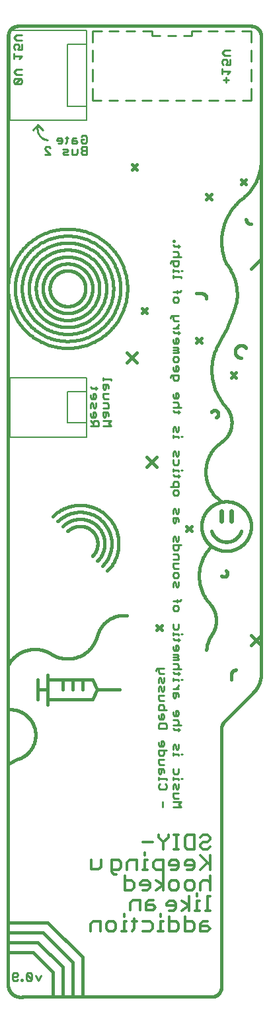
<source format=gbo>
G75*
%MOIN*%
%OFA0B0*%
%FSLAX25Y25*%
%IPPOS*%
%LPD*%
%AMOC8*
5,1,8,0,0,1.08239X$1,22.5*
%
%ADD10C,0.01600*%
%ADD11C,0.01000*%
%ADD12C,0.02400*%
%ADD13C,0.01300*%
%ADD14C,0.00800*%
D10*
X0002988Y0006924D02*
X0002988Y0486924D01*
X0002990Y0487063D01*
X0002996Y0487202D01*
X0003006Y0487341D01*
X0003019Y0487479D01*
X0003037Y0487617D01*
X0003058Y0487755D01*
X0003083Y0487892D01*
X0003112Y0488028D01*
X0003145Y0488163D01*
X0003182Y0488297D01*
X0003222Y0488431D01*
X0003266Y0488563D01*
X0003314Y0488693D01*
X0003366Y0488822D01*
X0003421Y0488950D01*
X0003479Y0489076D01*
X0003541Y0489201D01*
X0003607Y0489324D01*
X0003676Y0489445D01*
X0003748Y0489563D01*
X0003824Y0489680D01*
X0003903Y0489795D01*
X0003985Y0489907D01*
X0004070Y0490017D01*
X0004159Y0490125D01*
X0004250Y0490230D01*
X0004344Y0490332D01*
X0004441Y0490432D01*
X0004541Y0490529D01*
X0004643Y0490623D01*
X0004748Y0490714D01*
X0004856Y0490803D01*
X0004966Y0490888D01*
X0005078Y0490970D01*
X0005193Y0491049D01*
X0005310Y0491125D01*
X0005428Y0491197D01*
X0005549Y0491266D01*
X0005672Y0491332D01*
X0005797Y0491394D01*
X0005923Y0491452D01*
X0006051Y0491507D01*
X0006180Y0491559D01*
X0006310Y0491607D01*
X0006442Y0491651D01*
X0006576Y0491691D01*
X0006710Y0491728D01*
X0006845Y0491761D01*
X0006981Y0491790D01*
X0007118Y0491815D01*
X0007256Y0491836D01*
X0007394Y0491854D01*
X0007532Y0491867D01*
X0007671Y0491877D01*
X0007810Y0491883D01*
X0007949Y0491885D01*
X0007949Y0491884D02*
X0125488Y0491884D01*
X0125628Y0491882D01*
X0125768Y0491876D01*
X0125908Y0491866D01*
X0126048Y0491853D01*
X0126187Y0491835D01*
X0126326Y0491813D01*
X0126463Y0491788D01*
X0126601Y0491759D01*
X0126737Y0491726D01*
X0126872Y0491689D01*
X0127006Y0491648D01*
X0127139Y0491603D01*
X0127271Y0491555D01*
X0127401Y0491503D01*
X0127530Y0491448D01*
X0127657Y0491389D01*
X0127783Y0491326D01*
X0127907Y0491260D01*
X0128028Y0491191D01*
X0128148Y0491118D01*
X0128266Y0491041D01*
X0128381Y0490962D01*
X0128495Y0490879D01*
X0128605Y0490793D01*
X0128714Y0490704D01*
X0128820Y0490612D01*
X0128923Y0490517D01*
X0129024Y0490420D01*
X0129121Y0490319D01*
X0129216Y0490216D01*
X0129308Y0490110D01*
X0129397Y0490001D01*
X0129483Y0489891D01*
X0129566Y0489777D01*
X0129645Y0489662D01*
X0129722Y0489544D01*
X0129795Y0489424D01*
X0129864Y0489303D01*
X0129930Y0489179D01*
X0129993Y0489053D01*
X0130052Y0488926D01*
X0130107Y0488797D01*
X0130159Y0488667D01*
X0130207Y0488535D01*
X0130252Y0488402D01*
X0130293Y0488268D01*
X0130330Y0488133D01*
X0130363Y0487997D01*
X0130392Y0487859D01*
X0130417Y0487722D01*
X0130439Y0487583D01*
X0130457Y0487444D01*
X0130470Y0487304D01*
X0130480Y0487164D01*
X0130486Y0487024D01*
X0130488Y0486884D01*
X0130488Y0164424D01*
X0126221Y0155156D02*
X0112256Y0141192D01*
X0110488Y0136924D02*
X0110488Y0006924D01*
X0110486Y0006784D01*
X0110480Y0006644D01*
X0110470Y0006504D01*
X0110457Y0006364D01*
X0110439Y0006225D01*
X0110417Y0006086D01*
X0110392Y0005949D01*
X0110363Y0005811D01*
X0110330Y0005675D01*
X0110293Y0005540D01*
X0110252Y0005406D01*
X0110207Y0005273D01*
X0110159Y0005141D01*
X0110107Y0005011D01*
X0110052Y0004882D01*
X0109993Y0004755D01*
X0109930Y0004629D01*
X0109864Y0004505D01*
X0109795Y0004384D01*
X0109722Y0004264D01*
X0109645Y0004146D01*
X0109566Y0004031D01*
X0109483Y0003917D01*
X0109397Y0003807D01*
X0109308Y0003698D01*
X0109216Y0003592D01*
X0109121Y0003489D01*
X0109024Y0003388D01*
X0108923Y0003291D01*
X0108820Y0003196D01*
X0108714Y0003104D01*
X0108605Y0003015D01*
X0108495Y0002929D01*
X0108381Y0002846D01*
X0108266Y0002767D01*
X0108148Y0002690D01*
X0108028Y0002617D01*
X0107907Y0002548D01*
X0107783Y0002482D01*
X0107657Y0002419D01*
X0107530Y0002360D01*
X0107401Y0002305D01*
X0107271Y0002253D01*
X0107139Y0002205D01*
X0107006Y0002160D01*
X0106872Y0002119D01*
X0106737Y0002082D01*
X0106601Y0002049D01*
X0106463Y0002020D01*
X0106326Y0001995D01*
X0106187Y0001973D01*
X0106048Y0001955D01*
X0105908Y0001942D01*
X0105768Y0001932D01*
X0105628Y0001926D01*
X0105488Y0001924D01*
X0010488Y0001924D01*
X0010332Y0001895D01*
X0010175Y0001869D01*
X0010017Y0001848D01*
X0009860Y0001830D01*
X0009701Y0001817D01*
X0009543Y0001807D01*
X0009384Y0001802D01*
X0009225Y0001800D01*
X0009066Y0001802D01*
X0008907Y0001809D01*
X0008749Y0001819D01*
X0008590Y0001833D01*
X0008432Y0001851D01*
X0008275Y0001873D01*
X0008118Y0001899D01*
X0007962Y0001929D01*
X0007807Y0001963D01*
X0007652Y0002000D01*
X0007499Y0002042D01*
X0007347Y0002087D01*
X0007195Y0002136D01*
X0007046Y0002189D01*
X0006897Y0002245D01*
X0006750Y0002306D01*
X0006604Y0002370D01*
X0006461Y0002437D01*
X0006318Y0002508D01*
X0006178Y0002583D01*
X0006040Y0002661D01*
X0005903Y0002742D01*
X0005769Y0002827D01*
X0005637Y0002915D01*
X0005507Y0003006D01*
X0005379Y0003101D01*
X0005254Y0003199D01*
X0005131Y0003300D01*
X0005011Y0003404D01*
X0004893Y0003511D01*
X0004778Y0003620D01*
X0004666Y0003733D01*
X0004557Y0003848D01*
X0004450Y0003966D01*
X0004347Y0004087D01*
X0004246Y0004210D01*
X0004149Y0004336D01*
X0004055Y0004464D01*
X0003964Y0004594D01*
X0003877Y0004727D01*
X0003792Y0004862D01*
X0003711Y0004998D01*
X0003634Y0005137D01*
X0003560Y0005278D01*
X0003490Y0005420D01*
X0003423Y0005564D01*
X0003359Y0005710D01*
X0003300Y0005858D01*
X0003244Y0006006D01*
X0003192Y0006156D01*
X0003143Y0006308D01*
X0003099Y0006460D01*
X0003058Y0006614D01*
X0003021Y0006769D01*
X0002988Y0006924D01*
X0002988Y0024424D02*
X0015488Y0024424D01*
X0025488Y0014424D01*
X0025488Y0001924D01*
X0030488Y0001924D01*
X0030488Y0016924D01*
X0017988Y0029424D01*
X0002988Y0029424D01*
X0002988Y0034424D01*
X0020488Y0034424D01*
X0035488Y0019424D01*
X0035488Y0001924D01*
X0040488Y0001924D01*
X0040488Y0021924D01*
X0022988Y0039424D01*
X0002988Y0039424D01*
X0002988Y0119424D02*
X0007988Y0121924D01*
X0007989Y0121923D02*
X0008286Y0122027D01*
X0008581Y0122137D01*
X0008873Y0122255D01*
X0009162Y0122380D01*
X0009448Y0122511D01*
X0009731Y0122650D01*
X0010010Y0122796D01*
X0010286Y0122949D01*
X0010557Y0123108D01*
X0010825Y0123274D01*
X0011089Y0123446D01*
X0011348Y0123625D01*
X0011603Y0123810D01*
X0011853Y0124001D01*
X0012099Y0124199D01*
X0012339Y0124402D01*
X0012575Y0124611D01*
X0012805Y0124826D01*
X0013030Y0125046D01*
X0013249Y0125272D01*
X0013463Y0125503D01*
X0013671Y0125740D01*
X0013874Y0125981D01*
X0014070Y0126228D01*
X0014260Y0126479D01*
X0014444Y0126734D01*
X0014622Y0126994D01*
X0014793Y0127259D01*
X0014958Y0127527D01*
X0015116Y0127799D01*
X0015267Y0128076D01*
X0015412Y0128355D01*
X0015549Y0128639D01*
X0015680Y0128925D01*
X0015803Y0129215D01*
X0015920Y0129508D01*
X0016029Y0129803D01*
X0016131Y0130101D01*
X0016226Y0130401D01*
X0016313Y0130704D01*
X0016393Y0131009D01*
X0016465Y0131315D01*
X0016530Y0131623D01*
X0016587Y0131933D01*
X0016637Y0132244D01*
X0016679Y0132556D01*
X0016713Y0132869D01*
X0016739Y0133183D01*
X0016758Y0133498D01*
X0016770Y0133812D01*
X0016773Y0134127D01*
X0016769Y0134442D01*
X0016757Y0134757D01*
X0016737Y0135071D01*
X0016710Y0135385D01*
X0016675Y0135698D01*
X0016632Y0136010D01*
X0016581Y0136321D01*
X0016524Y0136631D01*
X0016458Y0136939D01*
X0016385Y0137245D01*
X0016304Y0137549D01*
X0016216Y0137852D01*
X0016121Y0138152D01*
X0016018Y0138450D01*
X0015908Y0138745D01*
X0015791Y0139037D01*
X0015667Y0139326D01*
X0015535Y0139613D01*
X0015397Y0139896D01*
X0015252Y0140175D01*
X0015100Y0140451D01*
X0014941Y0140723D01*
X0014776Y0140991D01*
X0014604Y0141255D01*
X0014425Y0141514D01*
X0014241Y0141770D01*
X0014050Y0142020D01*
X0013853Y0142266D01*
X0013650Y0142507D01*
X0013441Y0142743D01*
X0013227Y0142973D01*
X0013007Y0143199D01*
X0012781Y0143419D01*
X0012550Y0143633D01*
X0012314Y0143841D01*
X0012073Y0144044D01*
X0011827Y0144241D01*
X0011577Y0144431D01*
X0011321Y0144616D01*
X0011062Y0144794D01*
X0010798Y0144966D01*
X0010530Y0145131D01*
X0010257Y0145289D01*
X0009981Y0145441D01*
X0009702Y0145586D01*
X0009419Y0145725D01*
X0009133Y0145856D01*
X0008843Y0145980D01*
X0008551Y0146097D01*
X0008255Y0146207D01*
X0007958Y0146309D01*
X0007657Y0146404D01*
X0007355Y0146492D01*
X0007050Y0146572D01*
X0006744Y0146645D01*
X0006436Y0146710D01*
X0006126Y0146768D01*
X0005815Y0146818D01*
X0005503Y0146861D01*
X0005190Y0146896D01*
X0004877Y0146923D01*
X0004562Y0146942D01*
X0004247Y0146954D01*
X0003933Y0146958D01*
X0003618Y0146954D01*
X0003303Y0146943D01*
X0002988Y0146924D01*
X0002988Y0169424D02*
X0003170Y0169749D01*
X0003360Y0170070D01*
X0003558Y0170386D01*
X0003764Y0170698D01*
X0003977Y0171004D01*
X0004197Y0171305D01*
X0004425Y0171600D01*
X0004660Y0171890D01*
X0004901Y0172174D01*
X0005150Y0172452D01*
X0005405Y0172724D01*
X0005667Y0172989D01*
X0005936Y0173249D01*
X0006210Y0173501D01*
X0006491Y0173747D01*
X0006778Y0173985D01*
X0007070Y0174217D01*
X0007368Y0174442D01*
X0007671Y0174659D01*
X0007980Y0174868D01*
X0008293Y0175071D01*
X0008611Y0175265D01*
X0008934Y0175452D01*
X0009262Y0175630D01*
X0009594Y0175801D01*
X0009929Y0175963D01*
X0010269Y0176117D01*
X0010612Y0176263D01*
X0010959Y0176401D01*
X0011309Y0176530D01*
X0011662Y0176650D01*
X0012018Y0176762D01*
X0012377Y0176865D01*
X0012738Y0176959D01*
X0013101Y0177044D01*
X0013466Y0177121D01*
X0013833Y0177188D01*
X0014201Y0177247D01*
X0014571Y0177296D01*
X0014941Y0177337D01*
X0015313Y0177368D01*
X0015685Y0177391D01*
X0016058Y0177404D01*
X0016431Y0177408D01*
X0016804Y0177403D01*
X0017177Y0177389D01*
X0017549Y0177366D01*
X0017921Y0177334D01*
X0018292Y0177292D01*
X0018661Y0177242D01*
X0019029Y0177183D01*
X0019396Y0177115D01*
X0019761Y0177037D01*
X0020124Y0176951D01*
X0020485Y0176856D01*
X0020843Y0176753D01*
X0021199Y0176640D01*
X0021552Y0176519D01*
X0021901Y0176390D01*
X0022248Y0176252D01*
X0022591Y0176105D01*
X0022930Y0175950D01*
X0023266Y0175787D01*
X0023597Y0175616D01*
X0023924Y0175437D01*
X0024247Y0175249D01*
X0024565Y0175054D01*
X0024878Y0174852D01*
X0025186Y0174641D01*
X0025489Y0174424D01*
X0022988Y0164424D02*
X0022988Y0151924D01*
X0022988Y0149424D01*
X0022988Y0151924D02*
X0045488Y0151924D01*
X0047988Y0156924D01*
X0059238Y0156924D01*
X0047989Y0184423D02*
X0048085Y0184747D01*
X0048190Y0185069D01*
X0048302Y0185388D01*
X0048422Y0185704D01*
X0048549Y0186017D01*
X0048685Y0186327D01*
X0048827Y0186634D01*
X0048977Y0186937D01*
X0049135Y0187236D01*
X0049299Y0187532D01*
X0049471Y0187823D01*
X0049650Y0188110D01*
X0049836Y0188393D01*
X0050028Y0188671D01*
X0050227Y0188944D01*
X0050433Y0189212D01*
X0050645Y0189476D01*
X0050864Y0189734D01*
X0051089Y0189986D01*
X0051320Y0190233D01*
X0051557Y0190475D01*
X0051799Y0190710D01*
X0052048Y0190940D01*
X0052302Y0191163D01*
X0052561Y0191380D01*
X0052825Y0191591D01*
X0053095Y0191796D01*
X0053369Y0191993D01*
X0053648Y0192184D01*
X0053932Y0192368D01*
X0054220Y0192546D01*
X0054512Y0192716D01*
X0054808Y0192879D01*
X0055109Y0193035D01*
X0055412Y0193183D01*
X0055720Y0193324D01*
X0056031Y0193457D01*
X0056345Y0193583D01*
X0056661Y0193701D01*
X0056981Y0193812D01*
X0057303Y0193914D01*
X0057628Y0194009D01*
X0057955Y0194096D01*
X0058284Y0194175D01*
X0058614Y0194245D01*
X0058947Y0194308D01*
X0059280Y0194363D01*
X0059615Y0194409D01*
X0059951Y0194448D01*
X0060288Y0194478D01*
X0060626Y0194500D01*
X0060963Y0194513D01*
X0061302Y0194519D01*
X0061640Y0194516D01*
X0061978Y0194505D01*
X0062315Y0194486D01*
X0062652Y0194459D01*
X0062989Y0194423D01*
X0077988Y0189424D02*
X0080488Y0186924D01*
X0080488Y0189424D02*
X0077988Y0186924D01*
X0092988Y0236924D02*
X0095488Y0239424D01*
X0092988Y0239424D02*
X0095488Y0236924D01*
X0105489Y0199424D02*
X0105669Y0199160D01*
X0105842Y0198892D01*
X0106009Y0198620D01*
X0106170Y0198343D01*
X0106323Y0198063D01*
X0106470Y0197779D01*
X0106609Y0197492D01*
X0106742Y0197201D01*
X0106867Y0196907D01*
X0106985Y0196610D01*
X0107096Y0196311D01*
X0107200Y0196008D01*
X0107296Y0195704D01*
X0107384Y0195397D01*
X0107465Y0195087D01*
X0107539Y0194777D01*
X0107605Y0194464D01*
X0107663Y0194150D01*
X0107714Y0193834D01*
X0107757Y0193518D01*
X0107792Y0193200D01*
X0107819Y0192882D01*
X0107838Y0192563D01*
X0107850Y0192243D01*
X0107854Y0191924D01*
X0107850Y0191605D01*
X0107838Y0191285D01*
X0107819Y0190966D01*
X0107792Y0190648D01*
X0107757Y0190330D01*
X0107714Y0190014D01*
X0107663Y0189698D01*
X0107605Y0189384D01*
X0107539Y0189071D01*
X0107465Y0188761D01*
X0107384Y0188451D01*
X0107296Y0188144D01*
X0107200Y0187840D01*
X0107096Y0187537D01*
X0106985Y0187238D01*
X0106867Y0186941D01*
X0106742Y0186647D01*
X0106609Y0186356D01*
X0106470Y0186069D01*
X0106323Y0185785D01*
X0106170Y0185505D01*
X0106009Y0185228D01*
X0105842Y0184956D01*
X0105669Y0184688D01*
X0105489Y0184424D01*
X0115488Y0164424D02*
X0115488Y0161924D01*
X0126220Y0155157D02*
X0126451Y0155375D01*
X0126676Y0155598D01*
X0126895Y0155827D01*
X0127109Y0156061D01*
X0127318Y0156301D01*
X0127521Y0156545D01*
X0127718Y0156793D01*
X0127909Y0157047D01*
X0128093Y0157305D01*
X0128272Y0157567D01*
X0128444Y0157833D01*
X0128610Y0158104D01*
X0128770Y0158378D01*
X0128923Y0158656D01*
X0129069Y0158937D01*
X0129209Y0159222D01*
X0129341Y0159510D01*
X0129467Y0159802D01*
X0129586Y0160096D01*
X0129698Y0160393D01*
X0129802Y0160692D01*
X0129900Y0160994D01*
X0129990Y0161298D01*
X0130073Y0161605D01*
X0130149Y0161913D01*
X0130218Y0162222D01*
X0130279Y0162534D01*
X0130332Y0162846D01*
X0130378Y0163160D01*
X0130417Y0163475D01*
X0130448Y0163791D01*
X0130472Y0164107D01*
X0130488Y0164424D01*
X0130488Y0179424D02*
X0125488Y0184424D01*
X0125488Y0179424D02*
X0130488Y0184424D01*
X0105488Y0199424D02*
X0105128Y0199789D01*
X0104776Y0200163D01*
X0104434Y0200546D01*
X0104101Y0200937D01*
X0103777Y0201336D01*
X0103464Y0201742D01*
X0103160Y0202156D01*
X0102867Y0202577D01*
X0102584Y0203006D01*
X0102311Y0203441D01*
X0102049Y0203882D01*
X0101798Y0204330D01*
X0101558Y0204784D01*
X0101329Y0205243D01*
X0101111Y0205708D01*
X0100905Y0206178D01*
X0100710Y0206653D01*
X0100527Y0207133D01*
X0100355Y0207617D01*
X0100196Y0208105D01*
X0100048Y0208597D01*
X0099912Y0209092D01*
X0099788Y0209590D01*
X0099677Y0210091D01*
X0099577Y0210595D01*
X0099490Y0211101D01*
X0099416Y0211609D01*
X0099353Y0212118D01*
X0099303Y0212629D01*
X0099266Y0213141D01*
X0099241Y0213654D01*
X0099229Y0214167D01*
X0099229Y0214681D01*
X0099241Y0215194D01*
X0099266Y0215707D01*
X0099303Y0216219D01*
X0099353Y0216730D01*
X0099416Y0217239D01*
X0099490Y0217747D01*
X0099577Y0218253D01*
X0099677Y0218757D01*
X0099788Y0219258D01*
X0099912Y0219756D01*
X0100048Y0220251D01*
X0100196Y0220743D01*
X0100355Y0221231D01*
X0100527Y0221715D01*
X0100710Y0222195D01*
X0100905Y0222670D01*
X0101111Y0223140D01*
X0101329Y0223605D01*
X0101558Y0224064D01*
X0101798Y0224518D01*
X0102049Y0224966D01*
X0102311Y0225407D01*
X0102584Y0225842D01*
X0102867Y0226271D01*
X0103160Y0226692D01*
X0103464Y0227106D01*
X0103777Y0227512D01*
X0104101Y0227911D01*
X0104434Y0228302D01*
X0104776Y0228685D01*
X0105128Y0229059D01*
X0105488Y0229424D01*
X0112988Y0216924D02*
X0113045Y0216864D01*
X0113100Y0216802D01*
X0113151Y0216737D01*
X0113199Y0216669D01*
X0113244Y0216600D01*
X0113286Y0216528D01*
X0113324Y0216454D01*
X0113359Y0216379D01*
X0113391Y0216302D01*
X0113418Y0216224D01*
X0113442Y0216145D01*
X0113462Y0216065D01*
X0113479Y0215983D01*
X0113491Y0215901D01*
X0113500Y0215819D01*
X0113505Y0215736D01*
X0113506Y0215653D01*
X0113503Y0215570D01*
X0113496Y0215488D01*
X0113486Y0215406D01*
X0113471Y0215324D01*
X0113453Y0215243D01*
X0113431Y0215163D01*
X0113405Y0215084D01*
X0113375Y0215007D01*
X0113342Y0214931D01*
X0113306Y0214857D01*
X0113266Y0214784D01*
X0113222Y0214713D01*
X0113176Y0214645D01*
X0113126Y0214579D01*
X0113073Y0214515D01*
X0113017Y0214453D01*
X0112959Y0214395D01*
X0112897Y0214339D01*
X0112833Y0214286D01*
X0112767Y0214236D01*
X0112699Y0214190D01*
X0112628Y0214146D01*
X0112555Y0214106D01*
X0112481Y0214070D01*
X0112405Y0214037D01*
X0112328Y0214007D01*
X0112249Y0213981D01*
X0112169Y0213959D01*
X0112088Y0213941D01*
X0112006Y0213926D01*
X0111924Y0213916D01*
X0111842Y0213909D01*
X0111759Y0213906D01*
X0111676Y0213907D01*
X0111593Y0213912D01*
X0111511Y0213921D01*
X0111429Y0213933D01*
X0111347Y0213950D01*
X0111267Y0213970D01*
X0111188Y0213994D01*
X0111110Y0214021D01*
X0111033Y0214053D01*
X0110958Y0214088D01*
X0110884Y0214126D01*
X0110812Y0214168D01*
X0110743Y0214213D01*
X0110675Y0214261D01*
X0110610Y0214312D01*
X0110548Y0214367D01*
X0110488Y0214424D01*
X0105488Y0236924D02*
X0105551Y0236741D01*
X0105619Y0236560D01*
X0105691Y0236380D01*
X0105768Y0236202D01*
X0105849Y0236026D01*
X0105935Y0235853D01*
X0106024Y0235681D01*
X0106118Y0235512D01*
X0106216Y0235345D01*
X0106318Y0235180D01*
X0106424Y0235018D01*
X0106534Y0234858D01*
X0106647Y0234702D01*
X0106765Y0234548D01*
X0106886Y0234397D01*
X0107011Y0234249D01*
X0107140Y0234104D01*
X0107272Y0233963D01*
X0107407Y0233824D01*
X0107546Y0233689D01*
X0107688Y0233558D01*
X0107833Y0233430D01*
X0107981Y0233305D01*
X0108133Y0233184D01*
X0108287Y0233067D01*
X0108444Y0232954D01*
X0108604Y0232845D01*
X0108766Y0232739D01*
X0108931Y0232638D01*
X0109099Y0232541D01*
X0109268Y0232448D01*
X0109440Y0232359D01*
X0109615Y0232274D01*
X0109791Y0232193D01*
X0109969Y0232117D01*
X0110148Y0232046D01*
X0110330Y0231978D01*
X0110513Y0231915D01*
X0110698Y0231857D01*
X0110884Y0231803D01*
X0111071Y0231754D01*
X0111259Y0231709D01*
X0111449Y0231669D01*
X0111639Y0231634D01*
X0111830Y0231603D01*
X0112022Y0231577D01*
X0112215Y0231556D01*
X0112408Y0231539D01*
X0112601Y0231527D01*
X0112794Y0231520D01*
X0112988Y0231518D01*
X0113182Y0231520D01*
X0113375Y0231527D01*
X0113568Y0231539D01*
X0113761Y0231556D01*
X0113954Y0231577D01*
X0114146Y0231603D01*
X0114337Y0231634D01*
X0114527Y0231669D01*
X0114717Y0231709D01*
X0114905Y0231754D01*
X0115092Y0231803D01*
X0115278Y0231857D01*
X0115463Y0231915D01*
X0115646Y0231978D01*
X0115828Y0232046D01*
X0116007Y0232117D01*
X0116185Y0232193D01*
X0116361Y0232274D01*
X0116536Y0232359D01*
X0116708Y0232448D01*
X0116877Y0232541D01*
X0117045Y0232638D01*
X0117210Y0232739D01*
X0117372Y0232845D01*
X0117532Y0232954D01*
X0117689Y0233067D01*
X0117843Y0233184D01*
X0117995Y0233305D01*
X0118143Y0233430D01*
X0118288Y0233558D01*
X0118430Y0233689D01*
X0118569Y0233824D01*
X0118704Y0233963D01*
X0118836Y0234104D01*
X0118965Y0234249D01*
X0119090Y0234397D01*
X0119211Y0234548D01*
X0119329Y0234702D01*
X0119442Y0234858D01*
X0119552Y0235018D01*
X0119658Y0235180D01*
X0119760Y0235345D01*
X0119858Y0235512D01*
X0119952Y0235681D01*
X0120041Y0235853D01*
X0120127Y0236026D01*
X0120208Y0236202D01*
X0120285Y0236380D01*
X0120357Y0236560D01*
X0120425Y0236741D01*
X0120488Y0236924D01*
X0100488Y0239424D02*
X0100492Y0239731D01*
X0100503Y0240037D01*
X0100522Y0240344D01*
X0100548Y0240649D01*
X0100582Y0240954D01*
X0100623Y0241258D01*
X0100672Y0241561D01*
X0100728Y0241863D01*
X0100792Y0242163D01*
X0100863Y0242461D01*
X0100941Y0242758D01*
X0101026Y0243053D01*
X0101119Y0243345D01*
X0101219Y0243635D01*
X0101326Y0243923D01*
X0101440Y0244208D01*
X0101560Y0244490D01*
X0101688Y0244768D01*
X0101823Y0245044D01*
X0101964Y0245316D01*
X0102112Y0245585D01*
X0102266Y0245850D01*
X0102427Y0246111D01*
X0102595Y0246369D01*
X0102768Y0246622D01*
X0102948Y0246870D01*
X0103134Y0247114D01*
X0103325Y0247354D01*
X0103523Y0247589D01*
X0103726Y0247818D01*
X0103935Y0248043D01*
X0104149Y0248263D01*
X0104369Y0248477D01*
X0104594Y0248686D01*
X0104823Y0248889D01*
X0105058Y0249087D01*
X0105298Y0249278D01*
X0105542Y0249464D01*
X0105790Y0249644D01*
X0106043Y0249817D01*
X0106301Y0249985D01*
X0106562Y0250146D01*
X0106827Y0250300D01*
X0107096Y0250448D01*
X0107368Y0250589D01*
X0107644Y0250724D01*
X0107922Y0250852D01*
X0108204Y0250972D01*
X0108489Y0251086D01*
X0108777Y0251193D01*
X0109067Y0251293D01*
X0109359Y0251386D01*
X0109654Y0251471D01*
X0109951Y0251549D01*
X0110249Y0251620D01*
X0110549Y0251684D01*
X0110851Y0251740D01*
X0111154Y0251789D01*
X0111458Y0251830D01*
X0111763Y0251864D01*
X0112068Y0251890D01*
X0112375Y0251909D01*
X0112681Y0251920D01*
X0112988Y0251924D01*
X0113295Y0251920D01*
X0113601Y0251909D01*
X0113908Y0251890D01*
X0114213Y0251864D01*
X0114518Y0251830D01*
X0114822Y0251789D01*
X0115125Y0251740D01*
X0115427Y0251684D01*
X0115727Y0251620D01*
X0116025Y0251549D01*
X0116322Y0251471D01*
X0116617Y0251386D01*
X0116909Y0251293D01*
X0117199Y0251193D01*
X0117487Y0251086D01*
X0117772Y0250972D01*
X0118054Y0250852D01*
X0118332Y0250724D01*
X0118608Y0250589D01*
X0118880Y0250448D01*
X0119149Y0250300D01*
X0119414Y0250146D01*
X0119675Y0249985D01*
X0119933Y0249817D01*
X0120186Y0249644D01*
X0120434Y0249464D01*
X0120678Y0249278D01*
X0120918Y0249087D01*
X0121153Y0248889D01*
X0121382Y0248686D01*
X0121607Y0248477D01*
X0121827Y0248263D01*
X0122041Y0248043D01*
X0122250Y0247818D01*
X0122453Y0247589D01*
X0122651Y0247354D01*
X0122842Y0247114D01*
X0123028Y0246870D01*
X0123208Y0246622D01*
X0123381Y0246369D01*
X0123549Y0246111D01*
X0123710Y0245850D01*
X0123864Y0245585D01*
X0124012Y0245316D01*
X0124153Y0245044D01*
X0124288Y0244768D01*
X0124416Y0244490D01*
X0124536Y0244208D01*
X0124650Y0243923D01*
X0124757Y0243635D01*
X0124857Y0243345D01*
X0124950Y0243053D01*
X0125035Y0242758D01*
X0125113Y0242461D01*
X0125184Y0242163D01*
X0125248Y0241863D01*
X0125304Y0241561D01*
X0125353Y0241258D01*
X0125394Y0240954D01*
X0125428Y0240649D01*
X0125454Y0240344D01*
X0125473Y0240037D01*
X0125484Y0239731D01*
X0125488Y0239424D01*
X0125484Y0239117D01*
X0125473Y0238811D01*
X0125454Y0238504D01*
X0125428Y0238199D01*
X0125394Y0237894D01*
X0125353Y0237590D01*
X0125304Y0237287D01*
X0125248Y0236985D01*
X0125184Y0236685D01*
X0125113Y0236387D01*
X0125035Y0236090D01*
X0124950Y0235795D01*
X0124857Y0235503D01*
X0124757Y0235213D01*
X0124650Y0234925D01*
X0124536Y0234640D01*
X0124416Y0234358D01*
X0124288Y0234080D01*
X0124153Y0233804D01*
X0124012Y0233532D01*
X0123864Y0233263D01*
X0123710Y0232998D01*
X0123549Y0232737D01*
X0123381Y0232479D01*
X0123208Y0232226D01*
X0123028Y0231978D01*
X0122842Y0231734D01*
X0122651Y0231494D01*
X0122453Y0231259D01*
X0122250Y0231030D01*
X0122041Y0230805D01*
X0121827Y0230585D01*
X0121607Y0230371D01*
X0121382Y0230162D01*
X0121153Y0229959D01*
X0120918Y0229761D01*
X0120678Y0229570D01*
X0120434Y0229384D01*
X0120186Y0229204D01*
X0119933Y0229031D01*
X0119675Y0228863D01*
X0119414Y0228702D01*
X0119149Y0228548D01*
X0118880Y0228400D01*
X0118608Y0228259D01*
X0118332Y0228124D01*
X0118054Y0227996D01*
X0117772Y0227876D01*
X0117487Y0227762D01*
X0117199Y0227655D01*
X0116909Y0227555D01*
X0116617Y0227462D01*
X0116322Y0227377D01*
X0116025Y0227299D01*
X0115727Y0227228D01*
X0115427Y0227164D01*
X0115125Y0227108D01*
X0114822Y0227059D01*
X0114518Y0227018D01*
X0114213Y0226984D01*
X0113908Y0226958D01*
X0113601Y0226939D01*
X0113295Y0226928D01*
X0112988Y0226924D01*
X0112681Y0226928D01*
X0112375Y0226939D01*
X0112068Y0226958D01*
X0111763Y0226984D01*
X0111458Y0227018D01*
X0111154Y0227059D01*
X0110851Y0227108D01*
X0110549Y0227164D01*
X0110249Y0227228D01*
X0109951Y0227299D01*
X0109654Y0227377D01*
X0109359Y0227462D01*
X0109067Y0227555D01*
X0108777Y0227655D01*
X0108489Y0227762D01*
X0108204Y0227876D01*
X0107922Y0227996D01*
X0107644Y0228124D01*
X0107368Y0228259D01*
X0107096Y0228400D01*
X0106827Y0228548D01*
X0106562Y0228702D01*
X0106301Y0228863D01*
X0106043Y0229031D01*
X0105790Y0229204D01*
X0105542Y0229384D01*
X0105298Y0229570D01*
X0105058Y0229761D01*
X0104823Y0229959D01*
X0104594Y0230162D01*
X0104369Y0230371D01*
X0104149Y0230585D01*
X0103935Y0230805D01*
X0103726Y0231030D01*
X0103523Y0231259D01*
X0103325Y0231494D01*
X0103134Y0231734D01*
X0102948Y0231978D01*
X0102768Y0232226D01*
X0102595Y0232479D01*
X0102427Y0232737D01*
X0102266Y0232998D01*
X0102112Y0233263D01*
X0101964Y0233532D01*
X0101823Y0233804D01*
X0101688Y0234080D01*
X0101560Y0234358D01*
X0101440Y0234640D01*
X0101326Y0234925D01*
X0101219Y0235213D01*
X0101119Y0235503D01*
X0101026Y0235795D01*
X0100941Y0236090D01*
X0100863Y0236387D01*
X0100792Y0236685D01*
X0100728Y0236985D01*
X0100672Y0237287D01*
X0100623Y0237590D01*
X0100582Y0237894D01*
X0100548Y0238199D01*
X0100522Y0238504D01*
X0100503Y0238811D01*
X0100492Y0239117D01*
X0100488Y0239424D01*
X0110489Y0281924D02*
X0110728Y0282092D01*
X0110963Y0282266D01*
X0111194Y0282445D01*
X0111420Y0282630D01*
X0111642Y0282821D01*
X0111859Y0283017D01*
X0112071Y0283218D01*
X0112278Y0283424D01*
X0112480Y0283635D01*
X0112677Y0283851D01*
X0112868Y0284072D01*
X0113055Y0284297D01*
X0113235Y0284527D01*
X0113410Y0284761D01*
X0113579Y0285000D01*
X0113743Y0285242D01*
X0113900Y0285488D01*
X0114051Y0285738D01*
X0114196Y0285992D01*
X0114335Y0286249D01*
X0114468Y0286510D01*
X0114594Y0286773D01*
X0114714Y0287040D01*
X0114827Y0287309D01*
X0114934Y0287581D01*
X0115034Y0287856D01*
X0115127Y0288133D01*
X0115214Y0288412D01*
X0115293Y0288694D01*
X0115366Y0288977D01*
X0115432Y0289261D01*
X0115491Y0289548D01*
X0115543Y0289835D01*
X0115587Y0290124D01*
X0115625Y0290414D01*
X0115656Y0290705D01*
X0115680Y0290996D01*
X0115696Y0291288D01*
X0115706Y0291580D01*
X0115708Y0291872D01*
X0115703Y0292165D01*
X0115691Y0292457D01*
X0115672Y0292748D01*
X0115646Y0293039D01*
X0115613Y0293330D01*
X0115572Y0293619D01*
X0115525Y0293908D01*
X0115470Y0294195D01*
X0115409Y0294481D01*
X0115341Y0294765D01*
X0115266Y0295047D01*
X0115183Y0295328D01*
X0115095Y0295606D01*
X0114999Y0295882D01*
X0114897Y0296156D01*
X0114788Y0296427D01*
X0114672Y0296696D01*
X0114550Y0296961D01*
X0114421Y0297224D01*
X0114286Y0297483D01*
X0114145Y0297739D01*
X0113998Y0297992D01*
X0113844Y0298240D01*
X0113685Y0298485D01*
X0113519Y0298726D01*
X0113348Y0298963D01*
X0113171Y0299196D01*
X0112989Y0299424D01*
X0115488Y0314424D02*
X0117988Y0316924D01*
X0115488Y0316924D02*
X0117988Y0314424D01*
X0120488Y0324424D02*
X0120376Y0324426D01*
X0120265Y0324432D01*
X0120154Y0324442D01*
X0120043Y0324456D01*
X0119933Y0324474D01*
X0119824Y0324495D01*
X0119715Y0324521D01*
X0119608Y0324551D01*
X0119501Y0324584D01*
X0119396Y0324621D01*
X0119292Y0324662D01*
X0119190Y0324706D01*
X0119089Y0324754D01*
X0118991Y0324806D01*
X0118894Y0324861D01*
X0118799Y0324920D01*
X0118706Y0324982D01*
X0118616Y0325047D01*
X0118528Y0325115D01*
X0118442Y0325187D01*
X0118359Y0325261D01*
X0118279Y0325339D01*
X0118201Y0325419D01*
X0118127Y0325502D01*
X0118055Y0325588D01*
X0117987Y0325676D01*
X0117921Y0325766D01*
X0117859Y0325859D01*
X0117801Y0325954D01*
X0117746Y0326051D01*
X0117694Y0326150D01*
X0117646Y0326250D01*
X0117601Y0326352D01*
X0117560Y0326456D01*
X0117523Y0326561D01*
X0117490Y0326668D01*
X0117460Y0326775D01*
X0117435Y0326884D01*
X0117413Y0326993D01*
X0117395Y0327103D01*
X0117381Y0327214D01*
X0117371Y0327325D01*
X0117365Y0327436D01*
X0117363Y0327548D01*
X0117365Y0327659D01*
X0117371Y0327771D01*
X0117381Y0327882D01*
X0117395Y0327993D01*
X0117412Y0328103D01*
X0117434Y0328212D01*
X0117460Y0328321D01*
X0117489Y0328428D01*
X0117523Y0328535D01*
X0117560Y0328640D01*
X0117600Y0328744D01*
X0117645Y0328846D01*
X0117693Y0328947D01*
X0117745Y0329045D01*
X0117800Y0329142D01*
X0117858Y0329237D01*
X0117920Y0329330D01*
X0117985Y0329421D01*
X0118054Y0329509D01*
X0118125Y0329594D01*
X0118200Y0329677D01*
X0118277Y0329758D01*
X0118357Y0329835D01*
X0118440Y0329910D01*
X0118526Y0329981D01*
X0118614Y0330050D01*
X0118704Y0330115D01*
X0118797Y0330177D01*
X0118892Y0330236D01*
X0118989Y0330291D01*
X0119088Y0330343D01*
X0119188Y0330391D01*
X0119290Y0330435D01*
X0119394Y0330476D01*
X0119499Y0330513D01*
X0119606Y0330547D01*
X0119713Y0330576D01*
X0119822Y0330602D01*
X0119931Y0330624D01*
X0120041Y0330642D01*
X0120152Y0330656D01*
X0120263Y0330666D01*
X0120374Y0330672D01*
X0120486Y0330674D01*
X0120597Y0330672D01*
X0120709Y0330666D01*
X0120820Y0330656D01*
X0120930Y0330643D01*
X0121041Y0330625D01*
X0121150Y0330603D01*
X0121259Y0330578D01*
X0121366Y0330548D01*
X0121473Y0330515D01*
X0121578Y0330478D01*
X0121682Y0330437D01*
X0121784Y0330393D01*
X0121885Y0330345D01*
X0121983Y0330293D01*
X0122080Y0330238D01*
X0122175Y0330179D01*
X0122268Y0330117D01*
X0122359Y0330052D01*
X0122447Y0329984D01*
X0122532Y0329912D01*
X0122615Y0329838D01*
X0122696Y0329761D01*
X0122773Y0329680D01*
X0122848Y0329598D01*
X0122919Y0329512D01*
X0122988Y0329424D01*
X0107988Y0329424D02*
X0107720Y0328808D01*
X0107468Y0328186D01*
X0107231Y0327557D01*
X0107009Y0326923D01*
X0106803Y0326284D01*
X0106612Y0325640D01*
X0106438Y0324992D01*
X0106279Y0324339D01*
X0106136Y0323683D01*
X0106010Y0323024D01*
X0105899Y0322361D01*
X0105805Y0321696D01*
X0105727Y0321029D01*
X0105666Y0320361D01*
X0105621Y0319691D01*
X0105592Y0319020D01*
X0105580Y0318348D01*
X0105584Y0317677D01*
X0105604Y0317005D01*
X0105641Y0316335D01*
X0105694Y0315665D01*
X0105764Y0314997D01*
X0105850Y0314331D01*
X0105952Y0313668D01*
X0106071Y0313007D01*
X0106206Y0312349D01*
X0106356Y0311694D01*
X0106523Y0311044D01*
X0106705Y0310398D01*
X0106904Y0309756D01*
X0107118Y0309119D01*
X0107347Y0308488D01*
X0107592Y0307863D01*
X0107852Y0307244D01*
X0108127Y0306631D01*
X0108417Y0306025D01*
X0108722Y0305427D01*
X0109041Y0304836D01*
X0109375Y0304253D01*
X0109722Y0303679D01*
X0110084Y0303113D01*
X0110460Y0302556D01*
X0110849Y0302009D01*
X0111251Y0301471D01*
X0111666Y0300943D01*
X0112094Y0300426D01*
X0112535Y0299919D01*
X0112988Y0299423D01*
X0107988Y0294424D02*
X0108064Y0294464D01*
X0108138Y0294508D01*
X0108210Y0294555D01*
X0108280Y0294605D01*
X0108347Y0294658D01*
X0108412Y0294715D01*
X0108474Y0294774D01*
X0108533Y0294837D01*
X0108590Y0294902D01*
X0108643Y0294969D01*
X0108693Y0295039D01*
X0108740Y0295111D01*
X0108784Y0295185D01*
X0108824Y0295261D01*
X0108860Y0295339D01*
X0108893Y0295419D01*
X0108922Y0295500D01*
X0108947Y0295582D01*
X0108969Y0295665D01*
X0108987Y0295749D01*
X0109000Y0295834D01*
X0109010Y0295920D01*
X0109016Y0296005D01*
X0109018Y0296091D01*
X0109016Y0296177D01*
X0109010Y0296263D01*
X0109000Y0296348D01*
X0108986Y0296433D01*
X0108968Y0296517D01*
X0108947Y0296601D01*
X0108921Y0296683D01*
X0108892Y0296764D01*
X0108859Y0296843D01*
X0108822Y0296921D01*
X0108782Y0296997D01*
X0108739Y0297071D01*
X0108692Y0297143D01*
X0108642Y0297213D01*
X0108588Y0297280D01*
X0108532Y0297345D01*
X0108472Y0297407D01*
X0108410Y0297467D01*
X0108345Y0297523D01*
X0108278Y0297577D01*
X0108208Y0297627D01*
X0108136Y0297674D01*
X0108062Y0297717D01*
X0107986Y0297757D01*
X0107908Y0297794D01*
X0107829Y0297827D01*
X0107748Y0297856D01*
X0107666Y0297882D01*
X0107582Y0297903D01*
X0107498Y0297921D01*
X0107413Y0297935D01*
X0107328Y0297945D01*
X0107242Y0297951D01*
X0107156Y0297953D01*
X0107070Y0297951D01*
X0106985Y0297945D01*
X0106899Y0297935D01*
X0106814Y0297922D01*
X0106730Y0297904D01*
X0106647Y0297882D01*
X0106565Y0297857D01*
X0106484Y0297828D01*
X0106404Y0297795D01*
X0106326Y0297759D01*
X0106250Y0297719D01*
X0106176Y0297675D01*
X0106104Y0297628D01*
X0106034Y0297578D01*
X0105967Y0297525D01*
X0105902Y0297468D01*
X0105839Y0297409D01*
X0105780Y0297347D01*
X0105723Y0297282D01*
X0105670Y0297215D01*
X0105620Y0297145D01*
X0105573Y0297073D01*
X0105529Y0296999D01*
X0105489Y0296923D01*
X0100488Y0331924D02*
X0097988Y0334424D01*
X0100488Y0334424D02*
X0097988Y0331924D01*
X0102988Y0354424D02*
X0102986Y0354522D01*
X0102980Y0354620D01*
X0102971Y0354718D01*
X0102957Y0354815D01*
X0102940Y0354912D01*
X0102919Y0355008D01*
X0102894Y0355103D01*
X0102866Y0355197D01*
X0102833Y0355289D01*
X0102798Y0355381D01*
X0102758Y0355471D01*
X0102716Y0355559D01*
X0102669Y0355646D01*
X0102620Y0355730D01*
X0102567Y0355813D01*
X0102511Y0355893D01*
X0102451Y0355972D01*
X0102389Y0356048D01*
X0102324Y0356121D01*
X0102256Y0356192D01*
X0102185Y0356260D01*
X0102112Y0356325D01*
X0102036Y0356387D01*
X0101957Y0356447D01*
X0101877Y0356503D01*
X0101794Y0356556D01*
X0101710Y0356605D01*
X0101623Y0356652D01*
X0101535Y0356694D01*
X0101445Y0356734D01*
X0101353Y0356769D01*
X0101261Y0356802D01*
X0101167Y0356830D01*
X0101072Y0356855D01*
X0100976Y0356876D01*
X0100879Y0356893D01*
X0100782Y0356907D01*
X0100684Y0356916D01*
X0100586Y0356922D01*
X0100488Y0356924D01*
X0097988Y0356924D01*
X0117989Y0351924D02*
X0118091Y0352522D01*
X0118179Y0353123D01*
X0118251Y0353726D01*
X0118310Y0354330D01*
X0118353Y0354936D01*
X0118382Y0355542D01*
X0118396Y0356150D01*
X0118395Y0356757D01*
X0118379Y0357364D01*
X0118349Y0357970D01*
X0118303Y0358576D01*
X0118243Y0359180D01*
X0118169Y0359783D01*
X0118079Y0360383D01*
X0117976Y0360982D01*
X0117857Y0361577D01*
X0117724Y0362170D01*
X0117577Y0362759D01*
X0117415Y0363344D01*
X0117240Y0363925D01*
X0117050Y0364502D01*
X0116846Y0365074D01*
X0116628Y0365641D01*
X0116397Y0366202D01*
X0116152Y0366758D01*
X0115893Y0367307D01*
X0115621Y0367850D01*
X0115336Y0368386D01*
X0115038Y0368916D01*
X0114728Y0369437D01*
X0114404Y0369951D01*
X0114069Y0370457D01*
X0113721Y0370955D01*
X0113361Y0371444D01*
X0112989Y0371924D01*
X0105488Y0404424D02*
X0102988Y0406924D01*
X0105488Y0406924D02*
X0102988Y0404424D01*
X0120488Y0404424D02*
X0120963Y0404783D01*
X0121429Y0405153D01*
X0121885Y0405535D01*
X0122333Y0405927D01*
X0122771Y0406331D01*
X0123199Y0406744D01*
X0123616Y0407168D01*
X0124024Y0407602D01*
X0124420Y0408046D01*
X0124806Y0408499D01*
X0125181Y0408961D01*
X0125545Y0409432D01*
X0125897Y0409912D01*
X0126237Y0410400D01*
X0126566Y0410897D01*
X0126882Y0411401D01*
X0127186Y0411912D01*
X0127478Y0412431D01*
X0127757Y0412957D01*
X0128023Y0413489D01*
X0128276Y0414028D01*
X0128516Y0414572D01*
X0128743Y0415123D01*
X0128957Y0415678D01*
X0129157Y0416239D01*
X0129343Y0416804D01*
X0129516Y0417374D01*
X0129674Y0417947D01*
X0129819Y0418524D01*
X0129950Y0419105D01*
X0130067Y0419689D01*
X0130170Y0420275D01*
X0130258Y0420863D01*
X0130332Y0421454D01*
X0130392Y0422046D01*
X0130438Y0422640D01*
X0130469Y0423234D01*
X0130486Y0423829D01*
X0130488Y0424424D01*
X0122988Y0414424D02*
X0120488Y0411924D01*
X0120488Y0414424D02*
X0122988Y0411924D01*
X0122988Y0394424D02*
X0122990Y0394326D01*
X0122996Y0394228D01*
X0123005Y0394130D01*
X0123019Y0394033D01*
X0123036Y0393936D01*
X0123057Y0393840D01*
X0123082Y0393745D01*
X0123110Y0393651D01*
X0123143Y0393559D01*
X0123178Y0393467D01*
X0123218Y0393377D01*
X0123260Y0393289D01*
X0123307Y0393202D01*
X0123356Y0393118D01*
X0123409Y0393035D01*
X0123465Y0392955D01*
X0123525Y0392876D01*
X0123587Y0392800D01*
X0123652Y0392727D01*
X0123720Y0392656D01*
X0123791Y0392588D01*
X0123864Y0392523D01*
X0123940Y0392461D01*
X0124019Y0392401D01*
X0124099Y0392345D01*
X0124182Y0392292D01*
X0124266Y0392243D01*
X0124353Y0392196D01*
X0124441Y0392154D01*
X0124531Y0392114D01*
X0124623Y0392079D01*
X0124715Y0392046D01*
X0124809Y0392018D01*
X0124904Y0391993D01*
X0125000Y0391972D01*
X0125097Y0391955D01*
X0125194Y0391941D01*
X0125292Y0391932D01*
X0125390Y0391926D01*
X0125488Y0391924D01*
X0130488Y0374424D02*
X0125488Y0369424D01*
X0112989Y0371924D02*
X0112720Y0372531D01*
X0112466Y0373145D01*
X0112227Y0373765D01*
X0112004Y0374390D01*
X0111795Y0375021D01*
X0111602Y0375656D01*
X0111424Y0376296D01*
X0111262Y0376940D01*
X0111115Y0377588D01*
X0110985Y0378239D01*
X0110870Y0378894D01*
X0110771Y0379550D01*
X0110688Y0380209D01*
X0110621Y0380870D01*
X0110570Y0381532D01*
X0110535Y0382196D01*
X0110516Y0382860D01*
X0110514Y0383524D01*
X0110528Y0384188D01*
X0110557Y0384851D01*
X0110603Y0385514D01*
X0110665Y0386175D01*
X0110743Y0386835D01*
X0110837Y0387492D01*
X0110946Y0388148D01*
X0111072Y0388800D01*
X0111214Y0389449D01*
X0111371Y0390094D01*
X0111544Y0390735D01*
X0111732Y0391372D01*
X0111936Y0392004D01*
X0112155Y0392632D01*
X0112389Y0393253D01*
X0112638Y0393869D01*
X0112902Y0394478D01*
X0113181Y0395081D01*
X0113474Y0395677D01*
X0113782Y0396266D01*
X0114104Y0396847D01*
X0114440Y0397420D01*
X0114790Y0397984D01*
X0115153Y0398540D01*
X0115530Y0399087D01*
X0115920Y0399625D01*
X0116323Y0400153D01*
X0116738Y0400671D01*
X0117166Y0401179D01*
X0117606Y0401676D01*
X0118058Y0402163D01*
X0118522Y0402638D01*
X0118998Y0403102D01*
X0119484Y0403555D01*
X0119981Y0403995D01*
X0120489Y0404423D01*
X0110488Y0281924D02*
X0110127Y0281671D01*
X0109773Y0281409D01*
X0109425Y0281138D01*
X0109083Y0280859D01*
X0108748Y0280572D01*
X0108421Y0280276D01*
X0108100Y0279973D01*
X0107787Y0279662D01*
X0107482Y0279344D01*
X0107185Y0279018D01*
X0106895Y0278685D01*
X0106614Y0278346D01*
X0106341Y0277999D01*
X0106076Y0277646D01*
X0105821Y0277287D01*
X0105574Y0276922D01*
X0105335Y0276550D01*
X0105106Y0276173D01*
X0104887Y0275791D01*
X0104676Y0275403D01*
X0104475Y0275011D01*
X0104284Y0274613D01*
X0104102Y0274211D01*
X0103930Y0273805D01*
X0103768Y0273395D01*
X0103616Y0272981D01*
X0103474Y0272563D01*
X0103342Y0272142D01*
X0103221Y0271718D01*
X0103110Y0271292D01*
X0103009Y0270862D01*
X0102918Y0270431D01*
X0102839Y0269997D01*
X0102769Y0269561D01*
X0102711Y0269124D01*
X0102663Y0268686D01*
X0102625Y0268246D01*
X0102598Y0267806D01*
X0102582Y0267365D01*
X0102577Y0266924D01*
X0102582Y0266483D01*
X0102598Y0266042D01*
X0102625Y0265602D01*
X0102663Y0265162D01*
X0102711Y0264724D01*
X0102769Y0264287D01*
X0102839Y0263851D01*
X0102918Y0263417D01*
X0103009Y0262986D01*
X0103110Y0262556D01*
X0103221Y0262130D01*
X0103342Y0261706D01*
X0103474Y0261285D01*
X0103616Y0260867D01*
X0103768Y0260453D01*
X0103930Y0260043D01*
X0104102Y0259637D01*
X0104284Y0259235D01*
X0104475Y0258837D01*
X0104676Y0258445D01*
X0104887Y0258057D01*
X0105106Y0257675D01*
X0105335Y0257298D01*
X0105574Y0256926D01*
X0105821Y0256561D01*
X0106076Y0256202D01*
X0106341Y0255849D01*
X0106614Y0255502D01*
X0106895Y0255163D01*
X0107185Y0254830D01*
X0107482Y0254504D01*
X0107787Y0254186D01*
X0108100Y0253875D01*
X0108421Y0253572D01*
X0108748Y0253276D01*
X0109083Y0252989D01*
X0109425Y0252710D01*
X0109773Y0252439D01*
X0110127Y0252177D01*
X0110488Y0251924D01*
X0105488Y0184424D02*
X0105300Y0184148D01*
X0105118Y0183867D01*
X0104944Y0183583D01*
X0104776Y0183294D01*
X0104615Y0183001D01*
X0104461Y0182705D01*
X0104314Y0182404D01*
X0104175Y0182101D01*
X0104043Y0181794D01*
X0103919Y0181484D01*
X0103802Y0181171D01*
X0103692Y0180856D01*
X0103590Y0180537D01*
X0103496Y0180217D01*
X0103410Y0179894D01*
X0103331Y0179570D01*
X0103261Y0179243D01*
X0103198Y0178915D01*
X0103143Y0178586D01*
X0103096Y0178255D01*
X0103057Y0177923D01*
X0103026Y0177591D01*
X0103003Y0177257D01*
X0102988Y0176924D01*
X0112256Y0141192D02*
X0112149Y0141083D01*
X0112045Y0140970D01*
X0111944Y0140856D01*
X0111846Y0140738D01*
X0111751Y0140619D01*
X0111659Y0140497D01*
X0111570Y0140372D01*
X0111484Y0140246D01*
X0111402Y0140117D01*
X0111322Y0139986D01*
X0111246Y0139853D01*
X0111174Y0139719D01*
X0111105Y0139582D01*
X0111039Y0139444D01*
X0110977Y0139304D01*
X0110919Y0139163D01*
X0110864Y0139020D01*
X0110812Y0138876D01*
X0110765Y0138731D01*
X0110721Y0138584D01*
X0110681Y0138437D01*
X0110644Y0138288D01*
X0110612Y0138139D01*
X0110583Y0137989D01*
X0110558Y0137838D01*
X0110536Y0137687D01*
X0110519Y0137535D01*
X0110505Y0137382D01*
X0110496Y0137230D01*
X0110490Y0137077D01*
X0110488Y0136924D01*
X0115488Y0164424D02*
X0115490Y0164522D01*
X0115496Y0164620D01*
X0115505Y0164718D01*
X0115519Y0164815D01*
X0115536Y0164912D01*
X0115557Y0165008D01*
X0115582Y0165103D01*
X0115610Y0165197D01*
X0115643Y0165289D01*
X0115678Y0165381D01*
X0115718Y0165471D01*
X0115760Y0165559D01*
X0115807Y0165646D01*
X0115856Y0165730D01*
X0115909Y0165813D01*
X0115965Y0165893D01*
X0116025Y0165972D01*
X0116087Y0166048D01*
X0116152Y0166121D01*
X0116220Y0166192D01*
X0116291Y0166260D01*
X0116364Y0166325D01*
X0116440Y0166387D01*
X0116519Y0166447D01*
X0116599Y0166503D01*
X0116682Y0166556D01*
X0116766Y0166605D01*
X0116853Y0166652D01*
X0116941Y0166694D01*
X0117031Y0166734D01*
X0117123Y0166769D01*
X0117215Y0166802D01*
X0117309Y0166830D01*
X0117404Y0166855D01*
X0117500Y0166876D01*
X0117597Y0166893D01*
X0117694Y0166907D01*
X0117792Y0166916D01*
X0117890Y0166922D01*
X0117988Y0166924D01*
X0077988Y0269424D02*
X0072988Y0274424D01*
X0077988Y0274424D02*
X0072988Y0269424D01*
X0067988Y0321924D02*
X0062988Y0326924D01*
X0067988Y0326924D02*
X0062988Y0321924D01*
X0070488Y0346924D02*
X0072988Y0349424D01*
X0070488Y0349424D02*
X0072988Y0346924D01*
X0067988Y0419424D02*
X0065488Y0421924D01*
X0067988Y0421924D02*
X0065488Y0419424D01*
X0002884Y0359424D02*
X0002893Y0360163D01*
X0002920Y0360901D01*
X0002966Y0361639D01*
X0003029Y0362375D01*
X0003110Y0363109D01*
X0003210Y0363841D01*
X0003327Y0364571D01*
X0003462Y0365297D01*
X0003615Y0366020D01*
X0003786Y0366739D01*
X0003974Y0367453D01*
X0004180Y0368163D01*
X0004403Y0368867D01*
X0004644Y0369566D01*
X0004901Y0370258D01*
X0005176Y0370944D01*
X0005467Y0371623D01*
X0005774Y0372295D01*
X0006098Y0372959D01*
X0006439Y0373615D01*
X0006795Y0374262D01*
X0007167Y0374901D01*
X0007555Y0375530D01*
X0007957Y0376149D01*
X0008375Y0376758D01*
X0008808Y0377357D01*
X0009256Y0377945D01*
X0009717Y0378522D01*
X0010193Y0379087D01*
X0010682Y0379641D01*
X0011185Y0380182D01*
X0011701Y0380711D01*
X0012230Y0381227D01*
X0012771Y0381730D01*
X0013325Y0382219D01*
X0013890Y0382695D01*
X0014467Y0383156D01*
X0015055Y0383604D01*
X0015654Y0384037D01*
X0016263Y0384455D01*
X0016882Y0384857D01*
X0017511Y0385245D01*
X0018150Y0385617D01*
X0018797Y0385973D01*
X0019453Y0386314D01*
X0020117Y0386638D01*
X0020789Y0386945D01*
X0021468Y0387236D01*
X0022154Y0387511D01*
X0022846Y0387768D01*
X0023545Y0388009D01*
X0024249Y0388232D01*
X0024959Y0388438D01*
X0025673Y0388626D01*
X0026392Y0388797D01*
X0027115Y0388950D01*
X0027841Y0389085D01*
X0028571Y0389202D01*
X0029303Y0389302D01*
X0030037Y0389383D01*
X0030773Y0389446D01*
X0031511Y0389492D01*
X0032249Y0389519D01*
X0032988Y0389528D01*
X0033727Y0389519D01*
X0034465Y0389492D01*
X0035203Y0389446D01*
X0035939Y0389383D01*
X0036673Y0389302D01*
X0037405Y0389202D01*
X0038135Y0389085D01*
X0038861Y0388950D01*
X0039584Y0388797D01*
X0040303Y0388626D01*
X0041017Y0388438D01*
X0041727Y0388232D01*
X0042431Y0388009D01*
X0043130Y0387768D01*
X0043822Y0387511D01*
X0044508Y0387236D01*
X0045187Y0386945D01*
X0045859Y0386638D01*
X0046523Y0386314D01*
X0047179Y0385973D01*
X0047826Y0385617D01*
X0048465Y0385245D01*
X0049094Y0384857D01*
X0049713Y0384455D01*
X0050322Y0384037D01*
X0050921Y0383604D01*
X0051509Y0383156D01*
X0052086Y0382695D01*
X0052651Y0382219D01*
X0053205Y0381730D01*
X0053746Y0381227D01*
X0054275Y0380711D01*
X0054791Y0380182D01*
X0055294Y0379641D01*
X0055783Y0379087D01*
X0056259Y0378522D01*
X0056720Y0377945D01*
X0057168Y0377357D01*
X0057601Y0376758D01*
X0058019Y0376149D01*
X0058421Y0375530D01*
X0058809Y0374901D01*
X0059181Y0374262D01*
X0059537Y0373615D01*
X0059878Y0372959D01*
X0060202Y0372295D01*
X0060509Y0371623D01*
X0060800Y0370944D01*
X0061075Y0370258D01*
X0061332Y0369566D01*
X0061573Y0368867D01*
X0061796Y0368163D01*
X0062002Y0367453D01*
X0062190Y0366739D01*
X0062361Y0366020D01*
X0062514Y0365297D01*
X0062649Y0364571D01*
X0062766Y0363841D01*
X0062866Y0363109D01*
X0062947Y0362375D01*
X0063010Y0361639D01*
X0063056Y0360901D01*
X0063083Y0360163D01*
X0063092Y0359424D01*
X0063083Y0358685D01*
X0063056Y0357947D01*
X0063010Y0357209D01*
X0062947Y0356473D01*
X0062866Y0355739D01*
X0062766Y0355007D01*
X0062649Y0354277D01*
X0062514Y0353551D01*
X0062361Y0352828D01*
X0062190Y0352109D01*
X0062002Y0351395D01*
X0061796Y0350685D01*
X0061573Y0349981D01*
X0061332Y0349282D01*
X0061075Y0348590D01*
X0060800Y0347904D01*
X0060509Y0347225D01*
X0060202Y0346553D01*
X0059878Y0345889D01*
X0059537Y0345233D01*
X0059181Y0344586D01*
X0058809Y0343947D01*
X0058421Y0343318D01*
X0058019Y0342699D01*
X0057601Y0342090D01*
X0057168Y0341491D01*
X0056720Y0340903D01*
X0056259Y0340326D01*
X0055783Y0339761D01*
X0055294Y0339207D01*
X0054791Y0338666D01*
X0054275Y0338137D01*
X0053746Y0337621D01*
X0053205Y0337118D01*
X0052651Y0336629D01*
X0052086Y0336153D01*
X0051509Y0335692D01*
X0050921Y0335244D01*
X0050322Y0334811D01*
X0049713Y0334393D01*
X0049094Y0333991D01*
X0048465Y0333603D01*
X0047826Y0333231D01*
X0047179Y0332875D01*
X0046523Y0332534D01*
X0045859Y0332210D01*
X0045187Y0331903D01*
X0044508Y0331612D01*
X0043822Y0331337D01*
X0043130Y0331080D01*
X0042431Y0330839D01*
X0041727Y0330616D01*
X0041017Y0330410D01*
X0040303Y0330222D01*
X0039584Y0330051D01*
X0038861Y0329898D01*
X0038135Y0329763D01*
X0037405Y0329646D01*
X0036673Y0329546D01*
X0035939Y0329465D01*
X0035203Y0329402D01*
X0034465Y0329356D01*
X0033727Y0329329D01*
X0032988Y0329320D01*
X0032249Y0329329D01*
X0031511Y0329356D01*
X0030773Y0329402D01*
X0030037Y0329465D01*
X0029303Y0329546D01*
X0028571Y0329646D01*
X0027841Y0329763D01*
X0027115Y0329898D01*
X0026392Y0330051D01*
X0025673Y0330222D01*
X0024959Y0330410D01*
X0024249Y0330616D01*
X0023545Y0330839D01*
X0022846Y0331080D01*
X0022154Y0331337D01*
X0021468Y0331612D01*
X0020789Y0331903D01*
X0020117Y0332210D01*
X0019453Y0332534D01*
X0018797Y0332875D01*
X0018150Y0333231D01*
X0017511Y0333603D01*
X0016882Y0333991D01*
X0016263Y0334393D01*
X0015654Y0334811D01*
X0015055Y0335244D01*
X0014467Y0335692D01*
X0013890Y0336153D01*
X0013325Y0336629D01*
X0012771Y0337118D01*
X0012230Y0337621D01*
X0011701Y0338137D01*
X0011185Y0338666D01*
X0010682Y0339207D01*
X0010193Y0339761D01*
X0009717Y0340326D01*
X0009256Y0340903D01*
X0008808Y0341491D01*
X0008375Y0342090D01*
X0007957Y0342699D01*
X0007555Y0343318D01*
X0007167Y0343947D01*
X0006795Y0344586D01*
X0006439Y0345233D01*
X0006098Y0345889D01*
X0005774Y0346553D01*
X0005467Y0347225D01*
X0005176Y0347904D01*
X0004901Y0348590D01*
X0004644Y0349282D01*
X0004403Y0349981D01*
X0004180Y0350685D01*
X0003974Y0351395D01*
X0003786Y0352109D01*
X0003615Y0352828D01*
X0003462Y0353551D01*
X0003327Y0354277D01*
X0003210Y0355007D01*
X0003110Y0355739D01*
X0003029Y0356473D01*
X0002966Y0357209D01*
X0002920Y0357947D01*
X0002893Y0358685D01*
X0002884Y0359424D01*
X0107988Y0329424D02*
X0109335Y0331811D01*
X0110624Y0334230D01*
X0111855Y0336679D01*
X0113027Y0339157D01*
X0114140Y0341662D01*
X0115194Y0344192D01*
X0116186Y0346747D01*
X0117118Y0349325D01*
X0117988Y0351924D01*
X0045488Y0161924D02*
X0047988Y0156924D01*
X0045488Y0161924D02*
X0040488Y0161924D01*
X0040488Y0156924D01*
X0040488Y0161924D02*
X0035488Y0161924D01*
X0035488Y0156924D01*
X0035488Y0161924D02*
X0030488Y0161924D01*
X0030488Y0156924D01*
X0030488Y0161924D02*
X0022988Y0161924D01*
X0022988Y0156924D02*
X0017988Y0156924D01*
X0017988Y0161924D02*
X0017988Y0151924D01*
X0025488Y0174424D02*
X0025823Y0174248D01*
X0026163Y0174080D01*
X0026507Y0173921D01*
X0026854Y0173770D01*
X0027205Y0173628D01*
X0027559Y0173494D01*
X0027917Y0173369D01*
X0028277Y0173253D01*
X0028641Y0173145D01*
X0029006Y0173047D01*
X0029374Y0172957D01*
X0029744Y0172876D01*
X0030116Y0172805D01*
X0030490Y0172742D01*
X0030865Y0172688D01*
X0031241Y0172644D01*
X0031618Y0172609D01*
X0031996Y0172583D01*
X0032374Y0172566D01*
X0032753Y0172558D01*
X0033132Y0172560D01*
X0033510Y0172571D01*
X0033888Y0172591D01*
X0034266Y0172620D01*
X0034643Y0172659D01*
X0035019Y0172706D01*
X0035393Y0172763D01*
X0035766Y0172829D01*
X0036137Y0172904D01*
X0036507Y0172988D01*
X0036874Y0173081D01*
X0037239Y0173183D01*
X0037601Y0173293D01*
X0037960Y0173413D01*
X0038317Y0173541D01*
X0038670Y0173678D01*
X0039020Y0173823D01*
X0039366Y0173977D01*
X0039708Y0174139D01*
X0040046Y0174310D01*
X0040380Y0174488D01*
X0040710Y0174675D01*
X0041035Y0174870D01*
X0041355Y0175072D01*
X0041670Y0175283D01*
X0041980Y0175500D01*
X0042284Y0175726D01*
X0042583Y0175959D01*
X0042876Y0176198D01*
X0043163Y0176445D01*
X0043444Y0176699D01*
X0043719Y0176960D01*
X0043987Y0177227D01*
X0044249Y0177501D01*
X0044504Y0177781D01*
X0044752Y0178067D01*
X0044993Y0178359D01*
X0045227Y0178657D01*
X0045454Y0178961D01*
X0045673Y0179270D01*
X0045884Y0179584D01*
X0046088Y0179903D01*
X0046284Y0180227D01*
X0046472Y0180556D01*
X0046652Y0180889D01*
X0046824Y0181227D01*
X0046988Y0181568D01*
X0047143Y0181914D01*
X0047289Y0182263D01*
X0047428Y0182616D01*
X0047557Y0182972D01*
X0047678Y0183331D01*
X0047790Y0183692D01*
X0047893Y0184057D01*
X0047988Y0184424D01*
X0052988Y0216924D02*
X0053321Y0217266D01*
X0053646Y0217616D01*
X0053962Y0217973D01*
X0054269Y0218338D01*
X0054567Y0218711D01*
X0054856Y0219091D01*
X0055136Y0219477D01*
X0055406Y0219871D01*
X0055666Y0220271D01*
X0055917Y0220677D01*
X0056157Y0221090D01*
X0056387Y0221508D01*
X0056607Y0221931D01*
X0056816Y0222360D01*
X0057015Y0222794D01*
X0057203Y0223233D01*
X0057380Y0223676D01*
X0057546Y0224123D01*
X0057702Y0224574D01*
X0057846Y0225029D01*
X0057979Y0225488D01*
X0058100Y0225949D01*
X0058211Y0226414D01*
X0058309Y0226880D01*
X0058397Y0227350D01*
X0058473Y0227821D01*
X0058537Y0228294D01*
X0058589Y0228768D01*
X0058630Y0229244D01*
X0058660Y0229720D01*
X0058677Y0230197D01*
X0058683Y0230674D01*
X0058677Y0231151D01*
X0058660Y0231628D01*
X0058630Y0232104D01*
X0058589Y0232580D01*
X0058537Y0233054D01*
X0058473Y0233527D01*
X0058397Y0233998D01*
X0058309Y0234468D01*
X0058211Y0234934D01*
X0058100Y0235399D01*
X0057979Y0235860D01*
X0057846Y0236319D01*
X0057702Y0236774D01*
X0057546Y0237225D01*
X0057380Y0237672D01*
X0057203Y0238115D01*
X0057015Y0238554D01*
X0056816Y0238988D01*
X0056607Y0239417D01*
X0056387Y0239840D01*
X0056157Y0240258D01*
X0055917Y0240671D01*
X0055666Y0241077D01*
X0055406Y0241477D01*
X0055136Y0241871D01*
X0054856Y0242257D01*
X0054567Y0242637D01*
X0054269Y0243010D01*
X0053962Y0243375D01*
X0053646Y0243732D01*
X0053321Y0244082D01*
X0052988Y0244424D01*
X0052646Y0244757D01*
X0052296Y0245082D01*
X0051939Y0245398D01*
X0051574Y0245705D01*
X0051201Y0246003D01*
X0050821Y0246292D01*
X0050435Y0246572D01*
X0050041Y0246842D01*
X0049641Y0247102D01*
X0049235Y0247353D01*
X0048822Y0247593D01*
X0048404Y0247823D01*
X0047981Y0248043D01*
X0047552Y0248252D01*
X0047118Y0248451D01*
X0046679Y0248639D01*
X0046236Y0248816D01*
X0045789Y0248982D01*
X0045338Y0249138D01*
X0044883Y0249282D01*
X0044424Y0249415D01*
X0043963Y0249536D01*
X0043498Y0249647D01*
X0043032Y0249745D01*
X0042562Y0249833D01*
X0042091Y0249909D01*
X0041618Y0249973D01*
X0041144Y0250025D01*
X0040668Y0250066D01*
X0040192Y0250096D01*
X0039715Y0250113D01*
X0039238Y0250119D01*
X0038761Y0250113D01*
X0038284Y0250096D01*
X0037808Y0250066D01*
X0037332Y0250025D01*
X0036858Y0249973D01*
X0036385Y0249909D01*
X0035914Y0249833D01*
X0035444Y0249745D01*
X0034978Y0249647D01*
X0034513Y0249536D01*
X0034052Y0249415D01*
X0033593Y0249282D01*
X0033138Y0249138D01*
X0032687Y0248982D01*
X0032240Y0248816D01*
X0031797Y0248639D01*
X0031358Y0248451D01*
X0030924Y0248252D01*
X0030495Y0248043D01*
X0030072Y0247823D01*
X0029654Y0247593D01*
X0029241Y0247353D01*
X0028835Y0247102D01*
X0028435Y0246842D01*
X0028041Y0246572D01*
X0027655Y0246292D01*
X0027275Y0246003D01*
X0026902Y0245705D01*
X0026537Y0245398D01*
X0026180Y0245082D01*
X0025830Y0244757D01*
X0025488Y0244424D01*
X0027988Y0241924D02*
X0028267Y0242197D01*
X0028553Y0242463D01*
X0028846Y0242721D01*
X0029145Y0242973D01*
X0029450Y0243217D01*
X0029760Y0243453D01*
X0030077Y0243682D01*
X0030399Y0243903D01*
X0030726Y0244116D01*
X0031059Y0244320D01*
X0031396Y0244517D01*
X0031738Y0244705D01*
X0032085Y0244885D01*
X0032436Y0245056D01*
X0032791Y0245219D01*
X0033150Y0245373D01*
X0033512Y0245518D01*
X0033878Y0245654D01*
X0034247Y0245781D01*
X0034620Y0245899D01*
X0034995Y0246008D01*
X0035372Y0246107D01*
X0035752Y0246197D01*
X0036134Y0246278D01*
X0036518Y0246350D01*
X0036904Y0246412D01*
X0037290Y0246464D01*
X0037679Y0246507D01*
X0038068Y0246541D01*
X0038457Y0246565D01*
X0038848Y0246579D01*
X0039238Y0246584D01*
X0039628Y0246579D01*
X0040019Y0246565D01*
X0040408Y0246541D01*
X0040797Y0246507D01*
X0041186Y0246464D01*
X0041572Y0246412D01*
X0041958Y0246350D01*
X0042342Y0246278D01*
X0042724Y0246197D01*
X0043104Y0246107D01*
X0043481Y0246008D01*
X0043856Y0245899D01*
X0044229Y0245781D01*
X0044598Y0245654D01*
X0044964Y0245518D01*
X0045326Y0245373D01*
X0045685Y0245219D01*
X0046040Y0245056D01*
X0046391Y0244885D01*
X0046738Y0244705D01*
X0047080Y0244517D01*
X0047417Y0244320D01*
X0047750Y0244116D01*
X0048077Y0243903D01*
X0048399Y0243682D01*
X0048716Y0243453D01*
X0049026Y0243217D01*
X0049331Y0242973D01*
X0049630Y0242721D01*
X0049923Y0242463D01*
X0050209Y0242197D01*
X0050488Y0241924D01*
X0050761Y0241645D01*
X0051027Y0241359D01*
X0051285Y0241066D01*
X0051537Y0240767D01*
X0051781Y0240462D01*
X0052017Y0240152D01*
X0052246Y0239835D01*
X0052467Y0239513D01*
X0052680Y0239186D01*
X0052884Y0238853D01*
X0053081Y0238516D01*
X0053269Y0238174D01*
X0053449Y0237827D01*
X0053620Y0237476D01*
X0053783Y0237121D01*
X0053937Y0236762D01*
X0054082Y0236400D01*
X0054218Y0236034D01*
X0054345Y0235665D01*
X0054463Y0235292D01*
X0054572Y0234917D01*
X0054671Y0234540D01*
X0054761Y0234160D01*
X0054842Y0233778D01*
X0054914Y0233394D01*
X0054976Y0233008D01*
X0055028Y0232622D01*
X0055071Y0232233D01*
X0055105Y0231844D01*
X0055129Y0231455D01*
X0055143Y0231064D01*
X0055148Y0230674D01*
X0055143Y0230284D01*
X0055129Y0229893D01*
X0055105Y0229504D01*
X0055071Y0229115D01*
X0055028Y0228726D01*
X0054976Y0228340D01*
X0054914Y0227954D01*
X0054842Y0227570D01*
X0054761Y0227188D01*
X0054671Y0226808D01*
X0054572Y0226431D01*
X0054463Y0226056D01*
X0054345Y0225683D01*
X0054218Y0225314D01*
X0054082Y0224948D01*
X0053937Y0224586D01*
X0053783Y0224227D01*
X0053620Y0223872D01*
X0053449Y0223521D01*
X0053269Y0223174D01*
X0053081Y0222832D01*
X0052884Y0222495D01*
X0052680Y0222162D01*
X0052467Y0221835D01*
X0052246Y0221513D01*
X0052017Y0221196D01*
X0051781Y0220886D01*
X0051537Y0220581D01*
X0051285Y0220282D01*
X0051027Y0219989D01*
X0050761Y0219703D01*
X0050488Y0219424D01*
X0047988Y0221924D02*
X0048200Y0222142D01*
X0048407Y0222364D01*
X0048608Y0222592D01*
X0048803Y0222824D01*
X0048993Y0223061D01*
X0049177Y0223303D01*
X0049355Y0223549D01*
X0049527Y0223799D01*
X0049692Y0224054D01*
X0049852Y0224312D01*
X0050004Y0224575D01*
X0050151Y0224841D01*
X0050291Y0225111D01*
X0050424Y0225383D01*
X0050550Y0225660D01*
X0050670Y0225939D01*
X0050783Y0226221D01*
X0050889Y0226505D01*
X0050987Y0226793D01*
X0051079Y0227082D01*
X0051164Y0227374D01*
X0051241Y0227667D01*
X0051311Y0227963D01*
X0051374Y0228260D01*
X0051430Y0228559D01*
X0051478Y0228858D01*
X0051519Y0229159D01*
X0051552Y0229461D01*
X0051578Y0229764D01*
X0051597Y0230067D01*
X0051608Y0230370D01*
X0051612Y0230674D01*
X0051608Y0230978D01*
X0051597Y0231281D01*
X0051578Y0231584D01*
X0051552Y0231887D01*
X0051519Y0232189D01*
X0051478Y0232490D01*
X0051430Y0232789D01*
X0051374Y0233088D01*
X0051311Y0233385D01*
X0051241Y0233681D01*
X0051164Y0233974D01*
X0051079Y0234266D01*
X0050987Y0234555D01*
X0050889Y0234843D01*
X0050783Y0235127D01*
X0050670Y0235409D01*
X0050550Y0235688D01*
X0050424Y0235965D01*
X0050291Y0236237D01*
X0050151Y0236507D01*
X0050004Y0236773D01*
X0049852Y0237036D01*
X0049692Y0237294D01*
X0049527Y0237549D01*
X0049355Y0237799D01*
X0049177Y0238045D01*
X0048993Y0238287D01*
X0048803Y0238524D01*
X0048608Y0238756D01*
X0048407Y0238984D01*
X0048200Y0239206D01*
X0047988Y0239424D01*
X0047770Y0239636D01*
X0047548Y0239843D01*
X0047320Y0240044D01*
X0047088Y0240239D01*
X0046851Y0240429D01*
X0046609Y0240613D01*
X0046363Y0240791D01*
X0046113Y0240963D01*
X0045858Y0241128D01*
X0045600Y0241288D01*
X0045337Y0241440D01*
X0045071Y0241587D01*
X0044801Y0241727D01*
X0044529Y0241860D01*
X0044252Y0241986D01*
X0043973Y0242106D01*
X0043691Y0242219D01*
X0043407Y0242325D01*
X0043119Y0242423D01*
X0042830Y0242515D01*
X0042538Y0242600D01*
X0042245Y0242677D01*
X0041949Y0242747D01*
X0041652Y0242810D01*
X0041353Y0242866D01*
X0041054Y0242914D01*
X0040753Y0242955D01*
X0040451Y0242988D01*
X0040148Y0243014D01*
X0039845Y0243033D01*
X0039542Y0243044D01*
X0039238Y0243048D01*
X0038934Y0243044D01*
X0038631Y0243033D01*
X0038328Y0243014D01*
X0038025Y0242988D01*
X0037723Y0242955D01*
X0037422Y0242914D01*
X0037123Y0242866D01*
X0036824Y0242810D01*
X0036527Y0242747D01*
X0036231Y0242677D01*
X0035938Y0242600D01*
X0035646Y0242515D01*
X0035357Y0242423D01*
X0035069Y0242325D01*
X0034785Y0242219D01*
X0034503Y0242106D01*
X0034224Y0241986D01*
X0033947Y0241860D01*
X0033675Y0241727D01*
X0033405Y0241587D01*
X0033139Y0241440D01*
X0032876Y0241288D01*
X0032618Y0241128D01*
X0032363Y0240963D01*
X0032113Y0240791D01*
X0031867Y0240613D01*
X0031625Y0240429D01*
X0031388Y0240239D01*
X0031156Y0240044D01*
X0030928Y0239843D01*
X0030706Y0239636D01*
X0030488Y0239424D01*
X0032988Y0236924D02*
X0033143Y0237076D01*
X0033302Y0237223D01*
X0033465Y0237367D01*
X0033631Y0237507D01*
X0033800Y0237642D01*
X0033973Y0237774D01*
X0034148Y0237901D01*
X0034327Y0238023D01*
X0034509Y0238142D01*
X0034694Y0238255D01*
X0034881Y0238365D01*
X0035071Y0238469D01*
X0035264Y0238569D01*
X0035459Y0238664D01*
X0035656Y0238755D01*
X0035855Y0238840D01*
X0036057Y0238921D01*
X0036260Y0238996D01*
X0036465Y0239067D01*
X0036672Y0239132D01*
X0036881Y0239193D01*
X0037090Y0239248D01*
X0037301Y0239298D01*
X0037514Y0239343D01*
X0037727Y0239383D01*
X0037941Y0239417D01*
X0038156Y0239447D01*
X0038372Y0239470D01*
X0038588Y0239489D01*
X0038804Y0239502D01*
X0039021Y0239510D01*
X0039238Y0239513D01*
X0039455Y0239510D01*
X0039672Y0239502D01*
X0039888Y0239489D01*
X0040104Y0239470D01*
X0040320Y0239447D01*
X0040535Y0239417D01*
X0040749Y0239383D01*
X0040962Y0239343D01*
X0041175Y0239298D01*
X0041386Y0239248D01*
X0041595Y0239193D01*
X0041804Y0239132D01*
X0042011Y0239067D01*
X0042216Y0238996D01*
X0042419Y0238921D01*
X0042621Y0238840D01*
X0042820Y0238755D01*
X0043017Y0238664D01*
X0043212Y0238569D01*
X0043405Y0238469D01*
X0043595Y0238365D01*
X0043782Y0238255D01*
X0043967Y0238142D01*
X0044149Y0238023D01*
X0044328Y0237901D01*
X0044503Y0237774D01*
X0044676Y0237642D01*
X0044845Y0237507D01*
X0045011Y0237367D01*
X0045174Y0237223D01*
X0045333Y0237076D01*
X0045488Y0236924D01*
X0045640Y0236769D01*
X0045787Y0236610D01*
X0045931Y0236447D01*
X0046071Y0236281D01*
X0046206Y0236112D01*
X0046338Y0235939D01*
X0046465Y0235764D01*
X0046587Y0235585D01*
X0046706Y0235403D01*
X0046819Y0235218D01*
X0046929Y0235031D01*
X0047033Y0234841D01*
X0047133Y0234648D01*
X0047228Y0234453D01*
X0047319Y0234256D01*
X0047404Y0234057D01*
X0047485Y0233855D01*
X0047560Y0233652D01*
X0047631Y0233447D01*
X0047696Y0233240D01*
X0047757Y0233031D01*
X0047812Y0232822D01*
X0047862Y0232611D01*
X0047907Y0232398D01*
X0047947Y0232185D01*
X0047981Y0231971D01*
X0048011Y0231756D01*
X0048034Y0231540D01*
X0048053Y0231324D01*
X0048066Y0231108D01*
X0048074Y0230891D01*
X0048077Y0230674D01*
X0048074Y0230457D01*
X0048066Y0230240D01*
X0048053Y0230024D01*
X0048034Y0229808D01*
X0048011Y0229592D01*
X0047981Y0229377D01*
X0047947Y0229163D01*
X0047907Y0228950D01*
X0047862Y0228737D01*
X0047812Y0228526D01*
X0047757Y0228317D01*
X0047696Y0228108D01*
X0047631Y0227901D01*
X0047560Y0227696D01*
X0047485Y0227493D01*
X0047404Y0227291D01*
X0047319Y0227092D01*
X0047228Y0226895D01*
X0047133Y0226700D01*
X0047033Y0226507D01*
X0046929Y0226317D01*
X0046819Y0226130D01*
X0046706Y0225945D01*
X0046587Y0225763D01*
X0046465Y0225584D01*
X0046338Y0225409D01*
X0046206Y0225236D01*
X0046071Y0225067D01*
X0045931Y0224901D01*
X0045787Y0224738D01*
X0045640Y0224579D01*
X0045488Y0224424D01*
X0006413Y0359424D02*
X0006421Y0360076D01*
X0006445Y0360728D01*
X0006485Y0361379D01*
X0006541Y0362029D01*
X0006613Y0362677D01*
X0006701Y0363323D01*
X0006804Y0363967D01*
X0006924Y0364609D01*
X0007059Y0365247D01*
X0007209Y0365881D01*
X0007376Y0366512D01*
X0007557Y0367138D01*
X0007754Y0367760D01*
X0007966Y0368377D01*
X0008194Y0368988D01*
X0008436Y0369594D01*
X0008693Y0370193D01*
X0008964Y0370786D01*
X0009251Y0371372D01*
X0009551Y0371951D01*
X0009865Y0372523D01*
X0010194Y0373086D01*
X0010536Y0373642D01*
X0010892Y0374188D01*
X0011261Y0374726D01*
X0011643Y0375255D01*
X0012038Y0375774D01*
X0012445Y0376283D01*
X0012865Y0376782D01*
X0013297Y0377271D01*
X0013741Y0377749D01*
X0014197Y0378215D01*
X0014663Y0378671D01*
X0015141Y0379115D01*
X0015630Y0379547D01*
X0016129Y0379967D01*
X0016638Y0380374D01*
X0017157Y0380769D01*
X0017686Y0381151D01*
X0018224Y0381520D01*
X0018770Y0381876D01*
X0019326Y0382218D01*
X0019889Y0382547D01*
X0020461Y0382861D01*
X0021040Y0383161D01*
X0021626Y0383448D01*
X0022219Y0383719D01*
X0022818Y0383976D01*
X0023424Y0384218D01*
X0024035Y0384446D01*
X0024652Y0384658D01*
X0025274Y0384855D01*
X0025900Y0385036D01*
X0026531Y0385203D01*
X0027165Y0385353D01*
X0027803Y0385488D01*
X0028445Y0385608D01*
X0029089Y0385711D01*
X0029735Y0385799D01*
X0030383Y0385871D01*
X0031033Y0385927D01*
X0031684Y0385967D01*
X0032336Y0385991D01*
X0032988Y0385999D01*
X0033640Y0385991D01*
X0034292Y0385967D01*
X0034943Y0385927D01*
X0035593Y0385871D01*
X0036241Y0385799D01*
X0036887Y0385711D01*
X0037531Y0385608D01*
X0038173Y0385488D01*
X0038811Y0385353D01*
X0039445Y0385203D01*
X0040076Y0385036D01*
X0040702Y0384855D01*
X0041324Y0384658D01*
X0041941Y0384446D01*
X0042552Y0384218D01*
X0043158Y0383976D01*
X0043757Y0383719D01*
X0044350Y0383448D01*
X0044936Y0383161D01*
X0045515Y0382861D01*
X0046087Y0382547D01*
X0046650Y0382218D01*
X0047206Y0381876D01*
X0047752Y0381520D01*
X0048290Y0381151D01*
X0048819Y0380769D01*
X0049338Y0380374D01*
X0049847Y0379967D01*
X0050346Y0379547D01*
X0050835Y0379115D01*
X0051313Y0378671D01*
X0051779Y0378215D01*
X0052235Y0377749D01*
X0052679Y0377271D01*
X0053111Y0376782D01*
X0053531Y0376283D01*
X0053938Y0375774D01*
X0054333Y0375255D01*
X0054715Y0374726D01*
X0055084Y0374188D01*
X0055440Y0373642D01*
X0055782Y0373086D01*
X0056111Y0372523D01*
X0056425Y0371951D01*
X0056725Y0371372D01*
X0057012Y0370786D01*
X0057283Y0370193D01*
X0057540Y0369594D01*
X0057782Y0368988D01*
X0058010Y0368377D01*
X0058222Y0367760D01*
X0058419Y0367138D01*
X0058600Y0366512D01*
X0058767Y0365881D01*
X0058917Y0365247D01*
X0059052Y0364609D01*
X0059172Y0363967D01*
X0059275Y0363323D01*
X0059363Y0362677D01*
X0059435Y0362029D01*
X0059491Y0361379D01*
X0059531Y0360728D01*
X0059555Y0360076D01*
X0059563Y0359424D01*
X0059555Y0358772D01*
X0059531Y0358120D01*
X0059491Y0357469D01*
X0059435Y0356819D01*
X0059363Y0356171D01*
X0059275Y0355525D01*
X0059172Y0354881D01*
X0059052Y0354239D01*
X0058917Y0353601D01*
X0058767Y0352967D01*
X0058600Y0352336D01*
X0058419Y0351710D01*
X0058222Y0351088D01*
X0058010Y0350471D01*
X0057782Y0349860D01*
X0057540Y0349254D01*
X0057283Y0348655D01*
X0057012Y0348062D01*
X0056725Y0347476D01*
X0056425Y0346897D01*
X0056111Y0346325D01*
X0055782Y0345762D01*
X0055440Y0345206D01*
X0055084Y0344660D01*
X0054715Y0344122D01*
X0054333Y0343593D01*
X0053938Y0343074D01*
X0053531Y0342565D01*
X0053111Y0342066D01*
X0052679Y0341577D01*
X0052235Y0341099D01*
X0051779Y0340633D01*
X0051313Y0340177D01*
X0050835Y0339733D01*
X0050346Y0339301D01*
X0049847Y0338881D01*
X0049338Y0338474D01*
X0048819Y0338079D01*
X0048290Y0337697D01*
X0047752Y0337328D01*
X0047206Y0336972D01*
X0046650Y0336630D01*
X0046087Y0336301D01*
X0045515Y0335987D01*
X0044936Y0335687D01*
X0044350Y0335400D01*
X0043757Y0335129D01*
X0043158Y0334872D01*
X0042552Y0334630D01*
X0041941Y0334402D01*
X0041324Y0334190D01*
X0040702Y0333993D01*
X0040076Y0333812D01*
X0039445Y0333645D01*
X0038811Y0333495D01*
X0038173Y0333360D01*
X0037531Y0333240D01*
X0036887Y0333137D01*
X0036241Y0333049D01*
X0035593Y0332977D01*
X0034943Y0332921D01*
X0034292Y0332881D01*
X0033640Y0332857D01*
X0032988Y0332849D01*
X0032336Y0332857D01*
X0031684Y0332881D01*
X0031033Y0332921D01*
X0030383Y0332977D01*
X0029735Y0333049D01*
X0029089Y0333137D01*
X0028445Y0333240D01*
X0027803Y0333360D01*
X0027165Y0333495D01*
X0026531Y0333645D01*
X0025900Y0333812D01*
X0025274Y0333993D01*
X0024652Y0334190D01*
X0024035Y0334402D01*
X0023424Y0334630D01*
X0022818Y0334872D01*
X0022219Y0335129D01*
X0021626Y0335400D01*
X0021040Y0335687D01*
X0020461Y0335987D01*
X0019889Y0336301D01*
X0019326Y0336630D01*
X0018770Y0336972D01*
X0018224Y0337328D01*
X0017686Y0337697D01*
X0017157Y0338079D01*
X0016638Y0338474D01*
X0016129Y0338881D01*
X0015630Y0339301D01*
X0015141Y0339733D01*
X0014663Y0340177D01*
X0014197Y0340633D01*
X0013741Y0341099D01*
X0013297Y0341577D01*
X0012865Y0342066D01*
X0012445Y0342565D01*
X0012038Y0343074D01*
X0011643Y0343593D01*
X0011261Y0344122D01*
X0010892Y0344660D01*
X0010536Y0345206D01*
X0010194Y0345762D01*
X0009865Y0346325D01*
X0009551Y0346897D01*
X0009251Y0347476D01*
X0008964Y0348062D01*
X0008693Y0348655D01*
X0008436Y0349254D01*
X0008194Y0349860D01*
X0007966Y0350471D01*
X0007754Y0351088D01*
X0007557Y0351710D01*
X0007376Y0352336D01*
X0007209Y0352967D01*
X0007059Y0353601D01*
X0006924Y0354239D01*
X0006804Y0354881D01*
X0006701Y0355525D01*
X0006613Y0356171D01*
X0006541Y0356819D01*
X0006485Y0357469D01*
X0006445Y0358120D01*
X0006421Y0358772D01*
X0006413Y0359424D01*
X0009939Y0359424D02*
X0009946Y0359990D01*
X0009967Y0360555D01*
X0010001Y0361120D01*
X0010050Y0361683D01*
X0010112Y0362245D01*
X0010188Y0362806D01*
X0010278Y0363365D01*
X0010382Y0363921D01*
X0010499Y0364474D01*
X0010630Y0365024D01*
X0010774Y0365571D01*
X0010931Y0366115D01*
X0011102Y0366654D01*
X0011286Y0367189D01*
X0011483Y0367719D01*
X0011694Y0368244D01*
X0011916Y0368764D01*
X0012152Y0369279D01*
X0012400Y0369787D01*
X0012661Y0370289D01*
X0012933Y0370785D01*
X0013218Y0371274D01*
X0013515Y0371755D01*
X0013823Y0372229D01*
X0014143Y0372696D01*
X0014475Y0373154D01*
X0014817Y0373604D01*
X0015171Y0374046D01*
X0015535Y0374479D01*
X0015910Y0374903D01*
X0016295Y0375317D01*
X0016690Y0375722D01*
X0017095Y0376117D01*
X0017509Y0376502D01*
X0017933Y0376877D01*
X0018366Y0377241D01*
X0018808Y0377595D01*
X0019258Y0377937D01*
X0019716Y0378269D01*
X0020183Y0378589D01*
X0020657Y0378897D01*
X0021138Y0379194D01*
X0021627Y0379479D01*
X0022123Y0379751D01*
X0022625Y0380012D01*
X0023133Y0380260D01*
X0023648Y0380496D01*
X0024168Y0380718D01*
X0024693Y0380929D01*
X0025223Y0381126D01*
X0025758Y0381310D01*
X0026297Y0381481D01*
X0026841Y0381638D01*
X0027388Y0381782D01*
X0027938Y0381913D01*
X0028491Y0382030D01*
X0029047Y0382134D01*
X0029606Y0382224D01*
X0030167Y0382300D01*
X0030729Y0382362D01*
X0031292Y0382411D01*
X0031857Y0382445D01*
X0032422Y0382466D01*
X0032988Y0382473D01*
X0033554Y0382466D01*
X0034119Y0382445D01*
X0034684Y0382411D01*
X0035247Y0382362D01*
X0035809Y0382300D01*
X0036370Y0382224D01*
X0036929Y0382134D01*
X0037485Y0382030D01*
X0038038Y0381913D01*
X0038588Y0381782D01*
X0039135Y0381638D01*
X0039679Y0381481D01*
X0040218Y0381310D01*
X0040753Y0381126D01*
X0041283Y0380929D01*
X0041808Y0380718D01*
X0042328Y0380496D01*
X0042843Y0380260D01*
X0043351Y0380012D01*
X0043853Y0379751D01*
X0044349Y0379479D01*
X0044838Y0379194D01*
X0045319Y0378897D01*
X0045793Y0378589D01*
X0046260Y0378269D01*
X0046718Y0377937D01*
X0047168Y0377595D01*
X0047610Y0377241D01*
X0048043Y0376877D01*
X0048467Y0376502D01*
X0048881Y0376117D01*
X0049286Y0375722D01*
X0049681Y0375317D01*
X0050066Y0374903D01*
X0050441Y0374479D01*
X0050805Y0374046D01*
X0051159Y0373604D01*
X0051501Y0373154D01*
X0051833Y0372696D01*
X0052153Y0372229D01*
X0052461Y0371755D01*
X0052758Y0371274D01*
X0053043Y0370785D01*
X0053315Y0370289D01*
X0053576Y0369787D01*
X0053824Y0369279D01*
X0054060Y0368764D01*
X0054282Y0368244D01*
X0054493Y0367719D01*
X0054690Y0367189D01*
X0054874Y0366654D01*
X0055045Y0366115D01*
X0055202Y0365571D01*
X0055346Y0365024D01*
X0055477Y0364474D01*
X0055594Y0363921D01*
X0055698Y0363365D01*
X0055788Y0362806D01*
X0055864Y0362245D01*
X0055926Y0361683D01*
X0055975Y0361120D01*
X0056009Y0360555D01*
X0056030Y0359990D01*
X0056037Y0359424D01*
X0056030Y0358858D01*
X0056009Y0358293D01*
X0055975Y0357728D01*
X0055926Y0357165D01*
X0055864Y0356603D01*
X0055788Y0356042D01*
X0055698Y0355483D01*
X0055594Y0354927D01*
X0055477Y0354374D01*
X0055346Y0353824D01*
X0055202Y0353277D01*
X0055045Y0352733D01*
X0054874Y0352194D01*
X0054690Y0351659D01*
X0054493Y0351129D01*
X0054282Y0350604D01*
X0054060Y0350084D01*
X0053824Y0349569D01*
X0053576Y0349061D01*
X0053315Y0348559D01*
X0053043Y0348063D01*
X0052758Y0347574D01*
X0052461Y0347093D01*
X0052153Y0346619D01*
X0051833Y0346152D01*
X0051501Y0345694D01*
X0051159Y0345244D01*
X0050805Y0344802D01*
X0050441Y0344369D01*
X0050066Y0343945D01*
X0049681Y0343531D01*
X0049286Y0343126D01*
X0048881Y0342731D01*
X0048467Y0342346D01*
X0048043Y0341971D01*
X0047610Y0341607D01*
X0047168Y0341253D01*
X0046718Y0340911D01*
X0046260Y0340579D01*
X0045793Y0340259D01*
X0045319Y0339951D01*
X0044838Y0339654D01*
X0044349Y0339369D01*
X0043853Y0339097D01*
X0043351Y0338836D01*
X0042843Y0338588D01*
X0042328Y0338352D01*
X0041808Y0338130D01*
X0041283Y0337919D01*
X0040753Y0337722D01*
X0040218Y0337538D01*
X0039679Y0337367D01*
X0039135Y0337210D01*
X0038588Y0337066D01*
X0038038Y0336935D01*
X0037485Y0336818D01*
X0036929Y0336714D01*
X0036370Y0336624D01*
X0035809Y0336548D01*
X0035247Y0336486D01*
X0034684Y0336437D01*
X0034119Y0336403D01*
X0033554Y0336382D01*
X0032988Y0336375D01*
X0032422Y0336382D01*
X0031857Y0336403D01*
X0031292Y0336437D01*
X0030729Y0336486D01*
X0030167Y0336548D01*
X0029606Y0336624D01*
X0029047Y0336714D01*
X0028491Y0336818D01*
X0027938Y0336935D01*
X0027388Y0337066D01*
X0026841Y0337210D01*
X0026297Y0337367D01*
X0025758Y0337538D01*
X0025223Y0337722D01*
X0024693Y0337919D01*
X0024168Y0338130D01*
X0023648Y0338352D01*
X0023133Y0338588D01*
X0022625Y0338836D01*
X0022123Y0339097D01*
X0021627Y0339369D01*
X0021138Y0339654D01*
X0020657Y0339951D01*
X0020183Y0340259D01*
X0019716Y0340579D01*
X0019258Y0340911D01*
X0018808Y0341253D01*
X0018366Y0341607D01*
X0017933Y0341971D01*
X0017509Y0342346D01*
X0017095Y0342731D01*
X0016690Y0343126D01*
X0016295Y0343531D01*
X0015910Y0343945D01*
X0015535Y0344369D01*
X0015171Y0344802D01*
X0014817Y0345244D01*
X0014475Y0345694D01*
X0014143Y0346152D01*
X0013823Y0346619D01*
X0013515Y0347093D01*
X0013218Y0347574D01*
X0012933Y0348063D01*
X0012661Y0348559D01*
X0012400Y0349061D01*
X0012152Y0349569D01*
X0011916Y0350084D01*
X0011694Y0350604D01*
X0011483Y0351129D01*
X0011286Y0351659D01*
X0011102Y0352194D01*
X0010931Y0352733D01*
X0010774Y0353277D01*
X0010630Y0353824D01*
X0010499Y0354374D01*
X0010382Y0354927D01*
X0010278Y0355483D01*
X0010188Y0356042D01*
X0010112Y0356603D01*
X0010050Y0357165D01*
X0010001Y0357728D01*
X0009967Y0358293D01*
X0009946Y0358858D01*
X0009939Y0359424D01*
X0023974Y0359424D02*
X0023977Y0359645D01*
X0023985Y0359866D01*
X0023998Y0360087D01*
X0024017Y0360308D01*
X0024042Y0360527D01*
X0024072Y0360747D01*
X0024107Y0360965D01*
X0024147Y0361183D01*
X0024193Y0361399D01*
X0024244Y0361614D01*
X0024301Y0361828D01*
X0024362Y0362041D01*
X0024429Y0362252D01*
X0024501Y0362461D01*
X0024578Y0362668D01*
X0024660Y0362874D01*
X0024747Y0363077D01*
X0024839Y0363278D01*
X0024936Y0363477D01*
X0025038Y0363673D01*
X0025145Y0363867D01*
X0025256Y0364058D01*
X0025372Y0364246D01*
X0025493Y0364432D01*
X0025618Y0364614D01*
X0025748Y0364794D01*
X0025882Y0364970D01*
X0026020Y0365142D01*
X0026163Y0365312D01*
X0026309Y0365477D01*
X0026460Y0365640D01*
X0026614Y0365798D01*
X0026772Y0365952D01*
X0026935Y0366103D01*
X0027100Y0366249D01*
X0027270Y0366392D01*
X0027442Y0366530D01*
X0027618Y0366664D01*
X0027798Y0366794D01*
X0027980Y0366919D01*
X0028166Y0367040D01*
X0028354Y0367156D01*
X0028545Y0367267D01*
X0028739Y0367374D01*
X0028935Y0367476D01*
X0029134Y0367573D01*
X0029335Y0367665D01*
X0029538Y0367752D01*
X0029744Y0367834D01*
X0029951Y0367911D01*
X0030160Y0367983D01*
X0030371Y0368050D01*
X0030584Y0368111D01*
X0030798Y0368168D01*
X0031013Y0368219D01*
X0031229Y0368265D01*
X0031447Y0368305D01*
X0031665Y0368340D01*
X0031885Y0368370D01*
X0032104Y0368395D01*
X0032325Y0368414D01*
X0032546Y0368427D01*
X0032767Y0368435D01*
X0032988Y0368438D01*
X0033209Y0368435D01*
X0033430Y0368427D01*
X0033651Y0368414D01*
X0033872Y0368395D01*
X0034091Y0368370D01*
X0034311Y0368340D01*
X0034529Y0368305D01*
X0034747Y0368265D01*
X0034963Y0368219D01*
X0035178Y0368168D01*
X0035392Y0368111D01*
X0035605Y0368050D01*
X0035816Y0367983D01*
X0036025Y0367911D01*
X0036232Y0367834D01*
X0036438Y0367752D01*
X0036641Y0367665D01*
X0036842Y0367573D01*
X0037041Y0367476D01*
X0037237Y0367374D01*
X0037431Y0367267D01*
X0037622Y0367156D01*
X0037810Y0367040D01*
X0037996Y0366919D01*
X0038178Y0366794D01*
X0038358Y0366664D01*
X0038534Y0366530D01*
X0038706Y0366392D01*
X0038876Y0366249D01*
X0039041Y0366103D01*
X0039204Y0365952D01*
X0039362Y0365798D01*
X0039516Y0365640D01*
X0039667Y0365477D01*
X0039813Y0365312D01*
X0039956Y0365142D01*
X0040094Y0364970D01*
X0040228Y0364794D01*
X0040358Y0364614D01*
X0040483Y0364432D01*
X0040604Y0364246D01*
X0040720Y0364058D01*
X0040831Y0363867D01*
X0040938Y0363673D01*
X0041040Y0363477D01*
X0041137Y0363278D01*
X0041229Y0363077D01*
X0041316Y0362874D01*
X0041398Y0362668D01*
X0041475Y0362461D01*
X0041547Y0362252D01*
X0041614Y0362041D01*
X0041675Y0361828D01*
X0041732Y0361614D01*
X0041783Y0361399D01*
X0041829Y0361183D01*
X0041869Y0360965D01*
X0041904Y0360747D01*
X0041934Y0360527D01*
X0041959Y0360308D01*
X0041978Y0360087D01*
X0041991Y0359866D01*
X0041999Y0359645D01*
X0042002Y0359424D01*
X0041999Y0359203D01*
X0041991Y0358982D01*
X0041978Y0358761D01*
X0041959Y0358540D01*
X0041934Y0358321D01*
X0041904Y0358101D01*
X0041869Y0357883D01*
X0041829Y0357665D01*
X0041783Y0357449D01*
X0041732Y0357234D01*
X0041675Y0357020D01*
X0041614Y0356807D01*
X0041547Y0356596D01*
X0041475Y0356387D01*
X0041398Y0356180D01*
X0041316Y0355974D01*
X0041229Y0355771D01*
X0041137Y0355570D01*
X0041040Y0355371D01*
X0040938Y0355175D01*
X0040831Y0354981D01*
X0040720Y0354790D01*
X0040604Y0354602D01*
X0040483Y0354416D01*
X0040358Y0354234D01*
X0040228Y0354054D01*
X0040094Y0353878D01*
X0039956Y0353706D01*
X0039813Y0353536D01*
X0039667Y0353371D01*
X0039516Y0353208D01*
X0039362Y0353050D01*
X0039204Y0352896D01*
X0039041Y0352745D01*
X0038876Y0352599D01*
X0038706Y0352456D01*
X0038534Y0352318D01*
X0038358Y0352184D01*
X0038178Y0352054D01*
X0037996Y0351929D01*
X0037810Y0351808D01*
X0037622Y0351692D01*
X0037431Y0351581D01*
X0037237Y0351474D01*
X0037041Y0351372D01*
X0036842Y0351275D01*
X0036641Y0351183D01*
X0036438Y0351096D01*
X0036232Y0351014D01*
X0036025Y0350937D01*
X0035816Y0350865D01*
X0035605Y0350798D01*
X0035392Y0350737D01*
X0035178Y0350680D01*
X0034963Y0350629D01*
X0034747Y0350583D01*
X0034529Y0350543D01*
X0034311Y0350508D01*
X0034091Y0350478D01*
X0033872Y0350453D01*
X0033651Y0350434D01*
X0033430Y0350421D01*
X0033209Y0350413D01*
X0032988Y0350410D01*
X0032767Y0350413D01*
X0032546Y0350421D01*
X0032325Y0350434D01*
X0032104Y0350453D01*
X0031885Y0350478D01*
X0031665Y0350508D01*
X0031447Y0350543D01*
X0031229Y0350583D01*
X0031013Y0350629D01*
X0030798Y0350680D01*
X0030584Y0350737D01*
X0030371Y0350798D01*
X0030160Y0350865D01*
X0029951Y0350937D01*
X0029744Y0351014D01*
X0029538Y0351096D01*
X0029335Y0351183D01*
X0029134Y0351275D01*
X0028935Y0351372D01*
X0028739Y0351474D01*
X0028545Y0351581D01*
X0028354Y0351692D01*
X0028166Y0351808D01*
X0027980Y0351929D01*
X0027798Y0352054D01*
X0027618Y0352184D01*
X0027442Y0352318D01*
X0027270Y0352456D01*
X0027100Y0352599D01*
X0026935Y0352745D01*
X0026772Y0352896D01*
X0026614Y0353050D01*
X0026460Y0353208D01*
X0026309Y0353371D01*
X0026163Y0353536D01*
X0026020Y0353706D01*
X0025882Y0353878D01*
X0025748Y0354054D01*
X0025618Y0354234D01*
X0025493Y0354416D01*
X0025372Y0354602D01*
X0025256Y0354790D01*
X0025145Y0354981D01*
X0025038Y0355175D01*
X0024936Y0355371D01*
X0024839Y0355570D01*
X0024747Y0355771D01*
X0024660Y0355974D01*
X0024578Y0356180D01*
X0024501Y0356387D01*
X0024429Y0356596D01*
X0024362Y0356807D01*
X0024301Y0357020D01*
X0024244Y0357234D01*
X0024193Y0357449D01*
X0024147Y0357665D01*
X0024107Y0357883D01*
X0024072Y0358101D01*
X0024042Y0358321D01*
X0024017Y0358540D01*
X0023998Y0358761D01*
X0023985Y0358982D01*
X0023977Y0359203D01*
X0023974Y0359424D01*
X0020488Y0359424D02*
X0020492Y0359731D01*
X0020503Y0360037D01*
X0020522Y0360344D01*
X0020548Y0360649D01*
X0020582Y0360954D01*
X0020623Y0361258D01*
X0020672Y0361561D01*
X0020728Y0361863D01*
X0020792Y0362163D01*
X0020863Y0362461D01*
X0020941Y0362758D01*
X0021026Y0363053D01*
X0021119Y0363345D01*
X0021219Y0363635D01*
X0021326Y0363923D01*
X0021440Y0364208D01*
X0021560Y0364490D01*
X0021688Y0364768D01*
X0021823Y0365044D01*
X0021964Y0365316D01*
X0022112Y0365585D01*
X0022266Y0365850D01*
X0022427Y0366111D01*
X0022595Y0366369D01*
X0022768Y0366622D01*
X0022948Y0366870D01*
X0023134Y0367114D01*
X0023325Y0367354D01*
X0023523Y0367589D01*
X0023726Y0367818D01*
X0023935Y0368043D01*
X0024149Y0368263D01*
X0024369Y0368477D01*
X0024594Y0368686D01*
X0024823Y0368889D01*
X0025058Y0369087D01*
X0025298Y0369278D01*
X0025542Y0369464D01*
X0025790Y0369644D01*
X0026043Y0369817D01*
X0026301Y0369985D01*
X0026562Y0370146D01*
X0026827Y0370300D01*
X0027096Y0370448D01*
X0027368Y0370589D01*
X0027644Y0370724D01*
X0027922Y0370852D01*
X0028204Y0370972D01*
X0028489Y0371086D01*
X0028777Y0371193D01*
X0029067Y0371293D01*
X0029359Y0371386D01*
X0029654Y0371471D01*
X0029951Y0371549D01*
X0030249Y0371620D01*
X0030549Y0371684D01*
X0030851Y0371740D01*
X0031154Y0371789D01*
X0031458Y0371830D01*
X0031763Y0371864D01*
X0032068Y0371890D01*
X0032375Y0371909D01*
X0032681Y0371920D01*
X0032988Y0371924D01*
X0033295Y0371920D01*
X0033601Y0371909D01*
X0033908Y0371890D01*
X0034213Y0371864D01*
X0034518Y0371830D01*
X0034822Y0371789D01*
X0035125Y0371740D01*
X0035427Y0371684D01*
X0035727Y0371620D01*
X0036025Y0371549D01*
X0036322Y0371471D01*
X0036617Y0371386D01*
X0036909Y0371293D01*
X0037199Y0371193D01*
X0037487Y0371086D01*
X0037772Y0370972D01*
X0038054Y0370852D01*
X0038332Y0370724D01*
X0038608Y0370589D01*
X0038880Y0370448D01*
X0039149Y0370300D01*
X0039414Y0370146D01*
X0039675Y0369985D01*
X0039933Y0369817D01*
X0040186Y0369644D01*
X0040434Y0369464D01*
X0040678Y0369278D01*
X0040918Y0369087D01*
X0041153Y0368889D01*
X0041382Y0368686D01*
X0041607Y0368477D01*
X0041827Y0368263D01*
X0042041Y0368043D01*
X0042250Y0367818D01*
X0042453Y0367589D01*
X0042651Y0367354D01*
X0042842Y0367114D01*
X0043028Y0366870D01*
X0043208Y0366622D01*
X0043381Y0366369D01*
X0043549Y0366111D01*
X0043710Y0365850D01*
X0043864Y0365585D01*
X0044012Y0365316D01*
X0044153Y0365044D01*
X0044288Y0364768D01*
X0044416Y0364490D01*
X0044536Y0364208D01*
X0044650Y0363923D01*
X0044757Y0363635D01*
X0044857Y0363345D01*
X0044950Y0363053D01*
X0045035Y0362758D01*
X0045113Y0362461D01*
X0045184Y0362163D01*
X0045248Y0361863D01*
X0045304Y0361561D01*
X0045353Y0361258D01*
X0045394Y0360954D01*
X0045428Y0360649D01*
X0045454Y0360344D01*
X0045473Y0360037D01*
X0045484Y0359731D01*
X0045488Y0359424D01*
X0045484Y0359117D01*
X0045473Y0358811D01*
X0045454Y0358504D01*
X0045428Y0358199D01*
X0045394Y0357894D01*
X0045353Y0357590D01*
X0045304Y0357287D01*
X0045248Y0356985D01*
X0045184Y0356685D01*
X0045113Y0356387D01*
X0045035Y0356090D01*
X0044950Y0355795D01*
X0044857Y0355503D01*
X0044757Y0355213D01*
X0044650Y0354925D01*
X0044536Y0354640D01*
X0044416Y0354358D01*
X0044288Y0354080D01*
X0044153Y0353804D01*
X0044012Y0353532D01*
X0043864Y0353263D01*
X0043710Y0352998D01*
X0043549Y0352737D01*
X0043381Y0352479D01*
X0043208Y0352226D01*
X0043028Y0351978D01*
X0042842Y0351734D01*
X0042651Y0351494D01*
X0042453Y0351259D01*
X0042250Y0351030D01*
X0042041Y0350805D01*
X0041827Y0350585D01*
X0041607Y0350371D01*
X0041382Y0350162D01*
X0041153Y0349959D01*
X0040918Y0349761D01*
X0040678Y0349570D01*
X0040434Y0349384D01*
X0040186Y0349204D01*
X0039933Y0349031D01*
X0039675Y0348863D01*
X0039414Y0348702D01*
X0039149Y0348548D01*
X0038880Y0348400D01*
X0038608Y0348259D01*
X0038332Y0348124D01*
X0038054Y0347996D01*
X0037772Y0347876D01*
X0037487Y0347762D01*
X0037199Y0347655D01*
X0036909Y0347555D01*
X0036617Y0347462D01*
X0036322Y0347377D01*
X0036025Y0347299D01*
X0035727Y0347228D01*
X0035427Y0347164D01*
X0035125Y0347108D01*
X0034822Y0347059D01*
X0034518Y0347018D01*
X0034213Y0346984D01*
X0033908Y0346958D01*
X0033601Y0346939D01*
X0033295Y0346928D01*
X0032988Y0346924D01*
X0032681Y0346928D01*
X0032375Y0346939D01*
X0032068Y0346958D01*
X0031763Y0346984D01*
X0031458Y0347018D01*
X0031154Y0347059D01*
X0030851Y0347108D01*
X0030549Y0347164D01*
X0030249Y0347228D01*
X0029951Y0347299D01*
X0029654Y0347377D01*
X0029359Y0347462D01*
X0029067Y0347555D01*
X0028777Y0347655D01*
X0028489Y0347762D01*
X0028204Y0347876D01*
X0027922Y0347996D01*
X0027644Y0348124D01*
X0027368Y0348259D01*
X0027096Y0348400D01*
X0026827Y0348548D01*
X0026562Y0348702D01*
X0026301Y0348863D01*
X0026043Y0349031D01*
X0025790Y0349204D01*
X0025542Y0349384D01*
X0025298Y0349570D01*
X0025058Y0349761D01*
X0024823Y0349959D01*
X0024594Y0350162D01*
X0024369Y0350371D01*
X0024149Y0350585D01*
X0023935Y0350805D01*
X0023726Y0351030D01*
X0023523Y0351259D01*
X0023325Y0351494D01*
X0023134Y0351734D01*
X0022948Y0351978D01*
X0022768Y0352226D01*
X0022595Y0352479D01*
X0022427Y0352737D01*
X0022266Y0352998D01*
X0022112Y0353263D01*
X0021964Y0353532D01*
X0021823Y0353804D01*
X0021688Y0354080D01*
X0021560Y0354358D01*
X0021440Y0354640D01*
X0021326Y0354925D01*
X0021219Y0355213D01*
X0021119Y0355503D01*
X0021026Y0355795D01*
X0020941Y0356090D01*
X0020863Y0356387D01*
X0020792Y0356685D01*
X0020728Y0356985D01*
X0020672Y0357287D01*
X0020623Y0357590D01*
X0020582Y0357894D01*
X0020548Y0358199D01*
X0020522Y0358504D01*
X0020503Y0358811D01*
X0020492Y0359117D01*
X0020488Y0359424D01*
X0016980Y0359424D02*
X0016985Y0359817D01*
X0016999Y0360209D01*
X0017023Y0360602D01*
X0017057Y0360993D01*
X0017100Y0361384D01*
X0017153Y0361773D01*
X0017216Y0362161D01*
X0017288Y0362547D01*
X0017369Y0362931D01*
X0017460Y0363314D01*
X0017560Y0363694D01*
X0017669Y0364071D01*
X0017788Y0364445D01*
X0017916Y0364817D01*
X0018053Y0365185D01*
X0018199Y0365550D01*
X0018353Y0365911D01*
X0018517Y0366268D01*
X0018689Y0366621D01*
X0018870Y0366970D01*
X0019060Y0367314D01*
X0019257Y0367654D01*
X0019464Y0367988D01*
X0019678Y0368318D01*
X0019900Y0368642D01*
X0020130Y0368960D01*
X0020368Y0369273D01*
X0020614Y0369579D01*
X0020867Y0369880D01*
X0021127Y0370174D01*
X0021394Y0370462D01*
X0021669Y0370743D01*
X0021950Y0371018D01*
X0022238Y0371285D01*
X0022532Y0371545D01*
X0022833Y0371798D01*
X0023139Y0372044D01*
X0023452Y0372282D01*
X0023770Y0372512D01*
X0024094Y0372734D01*
X0024424Y0372948D01*
X0024758Y0373155D01*
X0025098Y0373352D01*
X0025442Y0373542D01*
X0025791Y0373723D01*
X0026144Y0373895D01*
X0026501Y0374059D01*
X0026862Y0374213D01*
X0027227Y0374359D01*
X0027595Y0374496D01*
X0027967Y0374624D01*
X0028341Y0374743D01*
X0028718Y0374852D01*
X0029098Y0374952D01*
X0029481Y0375043D01*
X0029865Y0375124D01*
X0030251Y0375196D01*
X0030639Y0375259D01*
X0031028Y0375312D01*
X0031419Y0375355D01*
X0031810Y0375389D01*
X0032203Y0375413D01*
X0032595Y0375427D01*
X0032988Y0375432D01*
X0033381Y0375427D01*
X0033773Y0375413D01*
X0034166Y0375389D01*
X0034557Y0375355D01*
X0034948Y0375312D01*
X0035337Y0375259D01*
X0035725Y0375196D01*
X0036111Y0375124D01*
X0036495Y0375043D01*
X0036878Y0374952D01*
X0037258Y0374852D01*
X0037635Y0374743D01*
X0038009Y0374624D01*
X0038381Y0374496D01*
X0038749Y0374359D01*
X0039114Y0374213D01*
X0039475Y0374059D01*
X0039832Y0373895D01*
X0040185Y0373723D01*
X0040534Y0373542D01*
X0040878Y0373352D01*
X0041218Y0373155D01*
X0041552Y0372948D01*
X0041882Y0372734D01*
X0042206Y0372512D01*
X0042524Y0372282D01*
X0042837Y0372044D01*
X0043143Y0371798D01*
X0043444Y0371545D01*
X0043738Y0371285D01*
X0044026Y0371018D01*
X0044307Y0370743D01*
X0044582Y0370462D01*
X0044849Y0370174D01*
X0045109Y0369880D01*
X0045362Y0369579D01*
X0045608Y0369273D01*
X0045846Y0368960D01*
X0046076Y0368642D01*
X0046298Y0368318D01*
X0046512Y0367988D01*
X0046719Y0367654D01*
X0046916Y0367314D01*
X0047106Y0366970D01*
X0047287Y0366621D01*
X0047459Y0366268D01*
X0047623Y0365911D01*
X0047777Y0365550D01*
X0047923Y0365185D01*
X0048060Y0364817D01*
X0048188Y0364445D01*
X0048307Y0364071D01*
X0048416Y0363694D01*
X0048516Y0363314D01*
X0048607Y0362931D01*
X0048688Y0362547D01*
X0048760Y0362161D01*
X0048823Y0361773D01*
X0048876Y0361384D01*
X0048919Y0360993D01*
X0048953Y0360602D01*
X0048977Y0360209D01*
X0048991Y0359817D01*
X0048996Y0359424D01*
X0048991Y0359031D01*
X0048977Y0358639D01*
X0048953Y0358246D01*
X0048919Y0357855D01*
X0048876Y0357464D01*
X0048823Y0357075D01*
X0048760Y0356687D01*
X0048688Y0356301D01*
X0048607Y0355917D01*
X0048516Y0355534D01*
X0048416Y0355154D01*
X0048307Y0354777D01*
X0048188Y0354403D01*
X0048060Y0354031D01*
X0047923Y0353663D01*
X0047777Y0353298D01*
X0047623Y0352937D01*
X0047459Y0352580D01*
X0047287Y0352227D01*
X0047106Y0351878D01*
X0046916Y0351534D01*
X0046719Y0351194D01*
X0046512Y0350860D01*
X0046298Y0350530D01*
X0046076Y0350206D01*
X0045846Y0349888D01*
X0045608Y0349575D01*
X0045362Y0349269D01*
X0045109Y0348968D01*
X0044849Y0348674D01*
X0044582Y0348386D01*
X0044307Y0348105D01*
X0044026Y0347830D01*
X0043738Y0347563D01*
X0043444Y0347303D01*
X0043143Y0347050D01*
X0042837Y0346804D01*
X0042524Y0346566D01*
X0042206Y0346336D01*
X0041882Y0346114D01*
X0041552Y0345900D01*
X0041218Y0345693D01*
X0040878Y0345496D01*
X0040534Y0345306D01*
X0040185Y0345125D01*
X0039832Y0344953D01*
X0039475Y0344789D01*
X0039114Y0344635D01*
X0038749Y0344489D01*
X0038381Y0344352D01*
X0038009Y0344224D01*
X0037635Y0344105D01*
X0037258Y0343996D01*
X0036878Y0343896D01*
X0036495Y0343805D01*
X0036111Y0343724D01*
X0035725Y0343652D01*
X0035337Y0343589D01*
X0034948Y0343536D01*
X0034557Y0343493D01*
X0034166Y0343459D01*
X0033773Y0343435D01*
X0033381Y0343421D01*
X0032988Y0343416D01*
X0032595Y0343421D01*
X0032203Y0343435D01*
X0031810Y0343459D01*
X0031419Y0343493D01*
X0031028Y0343536D01*
X0030639Y0343589D01*
X0030251Y0343652D01*
X0029865Y0343724D01*
X0029481Y0343805D01*
X0029098Y0343896D01*
X0028718Y0343996D01*
X0028341Y0344105D01*
X0027967Y0344224D01*
X0027595Y0344352D01*
X0027227Y0344489D01*
X0026862Y0344635D01*
X0026501Y0344789D01*
X0026144Y0344953D01*
X0025791Y0345125D01*
X0025442Y0345306D01*
X0025098Y0345496D01*
X0024758Y0345693D01*
X0024424Y0345900D01*
X0024094Y0346114D01*
X0023770Y0346336D01*
X0023452Y0346566D01*
X0023139Y0346804D01*
X0022833Y0347050D01*
X0022532Y0347303D01*
X0022238Y0347563D01*
X0021950Y0347830D01*
X0021669Y0348105D01*
X0021394Y0348386D01*
X0021127Y0348674D01*
X0020867Y0348968D01*
X0020614Y0349269D01*
X0020368Y0349575D01*
X0020130Y0349888D01*
X0019900Y0350206D01*
X0019678Y0350530D01*
X0019464Y0350860D01*
X0019257Y0351194D01*
X0019060Y0351534D01*
X0018870Y0351878D01*
X0018689Y0352227D01*
X0018517Y0352580D01*
X0018353Y0352937D01*
X0018199Y0353298D01*
X0018053Y0353663D01*
X0017916Y0354031D01*
X0017788Y0354403D01*
X0017669Y0354777D01*
X0017560Y0355154D01*
X0017460Y0355534D01*
X0017369Y0355917D01*
X0017288Y0356301D01*
X0017216Y0356687D01*
X0017153Y0357075D01*
X0017100Y0357464D01*
X0017057Y0357855D01*
X0017023Y0358246D01*
X0016999Y0358639D01*
X0016985Y0359031D01*
X0016980Y0359424D01*
X0013462Y0359424D02*
X0013468Y0359903D01*
X0013486Y0360382D01*
X0013515Y0360860D01*
X0013556Y0361338D01*
X0013609Y0361814D01*
X0013673Y0362289D01*
X0013749Y0362762D01*
X0013837Y0363233D01*
X0013936Y0363702D01*
X0014047Y0364168D01*
X0014169Y0364632D01*
X0014303Y0365092D01*
X0014448Y0365549D01*
X0014603Y0366002D01*
X0014770Y0366451D01*
X0014948Y0366896D01*
X0015137Y0367337D01*
X0015337Y0367772D01*
X0015547Y0368203D01*
X0015768Y0368628D01*
X0015999Y0369048D01*
X0016240Y0369462D01*
X0016491Y0369870D01*
X0016753Y0370272D01*
X0017024Y0370667D01*
X0017305Y0371056D01*
X0017595Y0371437D01*
X0017894Y0371811D01*
X0018203Y0372178D01*
X0018520Y0372537D01*
X0018846Y0372888D01*
X0019181Y0373231D01*
X0019524Y0373566D01*
X0019875Y0373892D01*
X0020234Y0374209D01*
X0020601Y0374518D01*
X0020975Y0374817D01*
X0021356Y0375107D01*
X0021745Y0375388D01*
X0022140Y0375659D01*
X0022542Y0375921D01*
X0022950Y0376172D01*
X0023364Y0376413D01*
X0023784Y0376644D01*
X0024209Y0376865D01*
X0024640Y0377075D01*
X0025075Y0377275D01*
X0025516Y0377464D01*
X0025961Y0377642D01*
X0026410Y0377809D01*
X0026863Y0377964D01*
X0027320Y0378109D01*
X0027780Y0378243D01*
X0028244Y0378365D01*
X0028710Y0378476D01*
X0029179Y0378575D01*
X0029650Y0378663D01*
X0030123Y0378739D01*
X0030598Y0378803D01*
X0031074Y0378856D01*
X0031552Y0378897D01*
X0032030Y0378926D01*
X0032509Y0378944D01*
X0032988Y0378950D01*
X0033467Y0378944D01*
X0033946Y0378926D01*
X0034424Y0378897D01*
X0034902Y0378856D01*
X0035378Y0378803D01*
X0035853Y0378739D01*
X0036326Y0378663D01*
X0036797Y0378575D01*
X0037266Y0378476D01*
X0037732Y0378365D01*
X0038196Y0378243D01*
X0038656Y0378109D01*
X0039113Y0377964D01*
X0039566Y0377809D01*
X0040015Y0377642D01*
X0040460Y0377464D01*
X0040901Y0377275D01*
X0041336Y0377075D01*
X0041767Y0376865D01*
X0042192Y0376644D01*
X0042612Y0376413D01*
X0043026Y0376172D01*
X0043434Y0375921D01*
X0043836Y0375659D01*
X0044231Y0375388D01*
X0044620Y0375107D01*
X0045001Y0374817D01*
X0045375Y0374518D01*
X0045742Y0374209D01*
X0046101Y0373892D01*
X0046452Y0373566D01*
X0046795Y0373231D01*
X0047130Y0372888D01*
X0047456Y0372537D01*
X0047773Y0372178D01*
X0048082Y0371811D01*
X0048381Y0371437D01*
X0048671Y0371056D01*
X0048952Y0370667D01*
X0049223Y0370272D01*
X0049485Y0369870D01*
X0049736Y0369462D01*
X0049977Y0369048D01*
X0050208Y0368628D01*
X0050429Y0368203D01*
X0050639Y0367772D01*
X0050839Y0367337D01*
X0051028Y0366896D01*
X0051206Y0366451D01*
X0051373Y0366002D01*
X0051528Y0365549D01*
X0051673Y0365092D01*
X0051807Y0364632D01*
X0051929Y0364168D01*
X0052040Y0363702D01*
X0052139Y0363233D01*
X0052227Y0362762D01*
X0052303Y0362289D01*
X0052367Y0361814D01*
X0052420Y0361338D01*
X0052461Y0360860D01*
X0052490Y0360382D01*
X0052508Y0359903D01*
X0052514Y0359424D01*
X0052508Y0358945D01*
X0052490Y0358466D01*
X0052461Y0357988D01*
X0052420Y0357510D01*
X0052367Y0357034D01*
X0052303Y0356559D01*
X0052227Y0356086D01*
X0052139Y0355615D01*
X0052040Y0355146D01*
X0051929Y0354680D01*
X0051807Y0354216D01*
X0051673Y0353756D01*
X0051528Y0353299D01*
X0051373Y0352846D01*
X0051206Y0352397D01*
X0051028Y0351952D01*
X0050839Y0351511D01*
X0050639Y0351076D01*
X0050429Y0350645D01*
X0050208Y0350220D01*
X0049977Y0349800D01*
X0049736Y0349386D01*
X0049485Y0348978D01*
X0049223Y0348576D01*
X0048952Y0348181D01*
X0048671Y0347792D01*
X0048381Y0347411D01*
X0048082Y0347037D01*
X0047773Y0346670D01*
X0047456Y0346311D01*
X0047130Y0345960D01*
X0046795Y0345617D01*
X0046452Y0345282D01*
X0046101Y0344956D01*
X0045742Y0344639D01*
X0045375Y0344330D01*
X0045001Y0344031D01*
X0044620Y0343741D01*
X0044231Y0343460D01*
X0043836Y0343189D01*
X0043434Y0342927D01*
X0043026Y0342676D01*
X0042612Y0342435D01*
X0042192Y0342204D01*
X0041767Y0341983D01*
X0041336Y0341773D01*
X0040901Y0341573D01*
X0040460Y0341384D01*
X0040015Y0341206D01*
X0039566Y0341039D01*
X0039113Y0340884D01*
X0038656Y0340739D01*
X0038196Y0340605D01*
X0037732Y0340483D01*
X0037266Y0340372D01*
X0036797Y0340273D01*
X0036326Y0340185D01*
X0035853Y0340109D01*
X0035378Y0340045D01*
X0034902Y0339992D01*
X0034424Y0339951D01*
X0033946Y0339922D01*
X0033467Y0339904D01*
X0032988Y0339898D01*
X0032509Y0339904D01*
X0032030Y0339922D01*
X0031552Y0339951D01*
X0031074Y0339992D01*
X0030598Y0340045D01*
X0030123Y0340109D01*
X0029650Y0340185D01*
X0029179Y0340273D01*
X0028710Y0340372D01*
X0028244Y0340483D01*
X0027780Y0340605D01*
X0027320Y0340739D01*
X0026863Y0340884D01*
X0026410Y0341039D01*
X0025961Y0341206D01*
X0025516Y0341384D01*
X0025075Y0341573D01*
X0024640Y0341773D01*
X0024209Y0341983D01*
X0023784Y0342204D01*
X0023364Y0342435D01*
X0022950Y0342676D01*
X0022542Y0342927D01*
X0022140Y0343189D01*
X0021745Y0343460D01*
X0021356Y0343741D01*
X0020975Y0344031D01*
X0020601Y0344330D01*
X0020234Y0344639D01*
X0019875Y0344956D01*
X0019524Y0345282D01*
X0019181Y0345617D01*
X0018846Y0345960D01*
X0018520Y0346311D01*
X0018203Y0346670D01*
X0017894Y0347037D01*
X0017595Y0347411D01*
X0017305Y0347792D01*
X0017024Y0348181D01*
X0016753Y0348576D01*
X0016491Y0348978D01*
X0016240Y0349386D01*
X0015999Y0349800D01*
X0015768Y0350220D01*
X0015547Y0350645D01*
X0015337Y0351076D01*
X0015137Y0351511D01*
X0014948Y0351952D01*
X0014770Y0352397D01*
X0014603Y0352846D01*
X0014448Y0353299D01*
X0014303Y0353756D01*
X0014169Y0354216D01*
X0014047Y0354680D01*
X0013936Y0355146D01*
X0013837Y0355615D01*
X0013749Y0356086D01*
X0013673Y0356559D01*
X0013609Y0357034D01*
X0013556Y0357510D01*
X0013515Y0357988D01*
X0013486Y0358466D01*
X0013468Y0358945D01*
X0013462Y0359424D01*
D11*
X0021404Y0427174D02*
X0024073Y0427174D01*
X0021404Y0429843D01*
X0021404Y0430510D01*
X0022071Y0431177D01*
X0023405Y0431177D01*
X0024073Y0430510D01*
X0022988Y0434424D02*
X0022840Y0434434D01*
X0022691Y0434448D01*
X0022543Y0434466D01*
X0022395Y0434488D01*
X0022248Y0434514D01*
X0022102Y0434544D01*
X0021957Y0434578D01*
X0021812Y0434615D01*
X0021669Y0434657D01*
X0021526Y0434702D01*
X0021385Y0434751D01*
X0021246Y0434803D01*
X0021107Y0434860D01*
X0020971Y0434920D01*
X0020836Y0434983D01*
X0020702Y0435050D01*
X0020571Y0435121D01*
X0020441Y0435195D01*
X0020314Y0435272D01*
X0020188Y0435353D01*
X0020065Y0435437D01*
X0019944Y0435525D01*
X0019825Y0435615D01*
X0019709Y0435709D01*
X0019595Y0435805D01*
X0019484Y0435905D01*
X0019376Y0436008D01*
X0019270Y0436113D01*
X0019167Y0436221D01*
X0019067Y0436332D01*
X0018970Y0436445D01*
X0018876Y0436561D01*
X0018785Y0436680D01*
X0018698Y0436801D01*
X0018613Y0436924D01*
X0018532Y0437049D01*
X0018454Y0437176D01*
X0018380Y0437306D01*
X0018309Y0437437D01*
X0018242Y0437570D01*
X0018178Y0437705D01*
X0018117Y0437842D01*
X0018061Y0437980D01*
X0018008Y0438119D01*
X0017958Y0438260D01*
X0017913Y0438403D01*
X0017871Y0438546D01*
X0017833Y0438690D01*
X0017799Y0438836D01*
X0017769Y0438982D01*
X0017743Y0439129D01*
X0017720Y0439276D01*
X0017702Y0439424D01*
X0017687Y0439573D01*
X0017677Y0439722D01*
X0017670Y0439871D01*
X0017667Y0440020D01*
X0017668Y0440169D01*
X0017673Y0440319D01*
X0017683Y0440468D01*
X0017696Y0440616D01*
X0017713Y0440764D01*
X0017734Y0440912D01*
X0017758Y0441059D01*
X0017787Y0441206D01*
X0017820Y0441352D01*
X0017856Y0441496D01*
X0017896Y0441640D01*
X0017940Y0441783D01*
X0017988Y0441924D01*
X0020488Y0439424D01*
X0017988Y0441924D02*
X0015488Y0439424D01*
X0009324Y0462820D02*
X0009992Y0463487D01*
X0009992Y0464822D01*
X0009324Y0465489D01*
X0006656Y0462820D01*
X0005988Y0463487D01*
X0005988Y0464822D01*
X0006656Y0465489D01*
X0009324Y0465489D01*
X0009992Y0467424D02*
X0007323Y0467424D01*
X0005988Y0468758D01*
X0007323Y0470093D01*
X0009992Y0470093D01*
X0009324Y0462820D02*
X0006656Y0462820D01*
X0005988Y0475518D02*
X0005988Y0478187D01*
X0005988Y0476852D02*
X0009992Y0476852D01*
X0008657Y0475518D01*
X0007990Y0480122D02*
X0008657Y0481456D01*
X0008657Y0482123D01*
X0007990Y0482791D01*
X0006656Y0482791D01*
X0005988Y0482123D01*
X0005988Y0480789D01*
X0006656Y0480122D01*
X0007990Y0480122D02*
X0009992Y0480122D01*
X0009992Y0482791D01*
X0009992Y0484726D02*
X0007323Y0484726D01*
X0005988Y0486060D01*
X0007323Y0487395D01*
X0009992Y0487395D01*
X0028209Y0435343D02*
X0027542Y0434675D01*
X0027542Y0434008D01*
X0030211Y0434008D01*
X0030211Y0433341D02*
X0030211Y0434675D01*
X0029544Y0435343D01*
X0028209Y0435343D01*
X0028209Y0432674D02*
X0029544Y0432674D01*
X0030211Y0433341D01*
X0030612Y0429843D02*
X0032613Y0429843D01*
X0033280Y0429175D01*
X0032613Y0428508D01*
X0031279Y0428508D01*
X0030612Y0427841D01*
X0031279Y0427174D01*
X0033280Y0427174D01*
X0031946Y0432674D02*
X0032613Y0433341D01*
X0032613Y0436010D01*
X0033280Y0435343D02*
X0031946Y0435343D01*
X0035215Y0434675D02*
X0035215Y0432674D01*
X0037217Y0432674D01*
X0037884Y0433341D01*
X0037217Y0434008D01*
X0035215Y0434008D01*
X0035215Y0434675D02*
X0035883Y0435343D01*
X0037217Y0435343D01*
X0039819Y0436010D02*
X0040487Y0436677D01*
X0041821Y0436677D01*
X0042488Y0436010D01*
X0042488Y0433341D01*
X0041821Y0432674D01*
X0040487Y0432674D01*
X0039819Y0433341D01*
X0039819Y0434675D01*
X0041154Y0434675D01*
X0040487Y0431177D02*
X0039819Y0430510D01*
X0039819Y0429843D01*
X0040487Y0429175D01*
X0042488Y0429175D01*
X0042488Y0427174D02*
X0040487Y0427174D01*
X0039819Y0427841D01*
X0039819Y0428508D01*
X0040487Y0429175D01*
X0040487Y0431177D02*
X0042488Y0431177D01*
X0042488Y0427174D01*
X0037884Y0427841D02*
X0037217Y0427174D01*
X0035215Y0427174D01*
X0035215Y0429843D01*
X0037884Y0429843D02*
X0037884Y0427841D01*
X0045488Y0454424D02*
X0049945Y0454424D01*
X0053882Y0454424D02*
X0058339Y0454424D01*
X0062276Y0454424D02*
X0066732Y0454424D01*
X0070669Y0454424D02*
X0075126Y0454424D01*
X0079063Y0454424D02*
X0083520Y0454424D01*
X0087457Y0454424D02*
X0091913Y0454424D01*
X0095851Y0454424D02*
X0100307Y0454424D01*
X0104244Y0454424D02*
X0108701Y0454424D01*
X0111656Y0464550D02*
X0114324Y0464550D01*
X0112990Y0463216D02*
X0112990Y0465885D01*
X0113657Y0467820D02*
X0114992Y0469154D01*
X0110988Y0469154D01*
X0110988Y0467820D02*
X0110988Y0470489D01*
X0111656Y0472424D02*
X0110988Y0473091D01*
X0110988Y0474425D01*
X0111656Y0475093D01*
X0112990Y0475093D01*
X0113657Y0474425D01*
X0113657Y0473758D01*
X0112990Y0472424D01*
X0114992Y0472424D01*
X0114992Y0475093D01*
X0114992Y0477028D02*
X0112323Y0477028D01*
X0110988Y0478362D01*
X0112323Y0479697D01*
X0114992Y0479697D01*
X0117004Y0489424D02*
X0112457Y0489424D01*
X0108520Y0489424D02*
X0103973Y0489424D01*
X0100036Y0489424D02*
X0095488Y0489424D01*
X0095488Y0486924D01*
X0091446Y0486924D01*
X0087509Y0486924D02*
X0083467Y0486924D01*
X0079530Y0486924D02*
X0075488Y0486924D01*
X0075488Y0489424D01*
X0070941Y0489424D01*
X0067004Y0489424D02*
X0062457Y0489424D01*
X0058520Y0489424D02*
X0053973Y0489424D01*
X0050036Y0489424D02*
X0045488Y0489424D01*
X0045488Y0483627D01*
X0045488Y0479690D02*
X0045488Y0473892D01*
X0045488Y0469955D02*
X0045488Y0464158D01*
X0045488Y0460221D02*
X0045488Y0454424D01*
X0085571Y0373409D02*
X0084904Y0372742D01*
X0084904Y0372075D01*
X0085571Y0373409D02*
X0088907Y0373409D01*
X0088907Y0371407D01*
X0088240Y0370740D01*
X0086906Y0370740D01*
X0086238Y0371407D01*
X0086238Y0373409D01*
X0086238Y0375344D02*
X0090242Y0375344D01*
X0088907Y0376011D02*
X0088907Y0377346D01*
X0088240Y0378013D01*
X0086238Y0378013D01*
X0086906Y0380615D02*
X0086238Y0381282D01*
X0086906Y0380615D02*
X0089574Y0380615D01*
X0088907Y0379948D02*
X0088907Y0381282D01*
X0086906Y0383017D02*
X0086906Y0383684D01*
X0086238Y0383684D01*
X0086238Y0383017D01*
X0086906Y0383017D01*
X0088907Y0376011D02*
X0088240Y0375344D01*
X0086238Y0369005D02*
X0086238Y0367671D01*
X0086238Y0368338D02*
X0088907Y0368338D01*
X0088907Y0367671D01*
X0090242Y0368338D02*
X0090909Y0368338D01*
X0090242Y0365269D02*
X0086238Y0365269D01*
X0086238Y0365936D02*
X0086238Y0364601D01*
X0086238Y0357596D02*
X0089574Y0357596D01*
X0090242Y0358263D01*
X0088240Y0358263D02*
X0088240Y0356928D01*
X0088240Y0354993D02*
X0086906Y0354993D01*
X0086238Y0354326D01*
X0086238Y0352992D01*
X0086906Y0352324D01*
X0088240Y0352324D01*
X0088907Y0352992D01*
X0088907Y0354326D01*
X0088240Y0354993D01*
X0088907Y0345785D02*
X0085571Y0345785D01*
X0084904Y0345118D01*
X0084904Y0344451D01*
X0086238Y0343784D02*
X0086238Y0345785D01*
X0086238Y0343784D02*
X0086906Y0343116D01*
X0088907Y0343116D01*
X0088907Y0341282D02*
X0088907Y0340614D01*
X0087573Y0339280D01*
X0088907Y0339280D02*
X0086238Y0339280D01*
X0086238Y0337545D02*
X0086906Y0336878D01*
X0089574Y0336878D01*
X0088907Y0336211D02*
X0088907Y0337545D01*
X0088240Y0334276D02*
X0087573Y0334276D01*
X0087573Y0331607D01*
X0086906Y0331607D02*
X0088240Y0331607D01*
X0088907Y0332274D01*
X0088907Y0333608D01*
X0088240Y0334276D01*
X0086238Y0332274D02*
X0086906Y0331607D01*
X0086238Y0332274D02*
X0086238Y0333608D01*
X0086238Y0329672D02*
X0088240Y0329672D01*
X0088907Y0329004D01*
X0088240Y0328337D01*
X0086238Y0328337D01*
X0086238Y0327003D02*
X0088907Y0327003D01*
X0088907Y0327670D01*
X0088240Y0328337D01*
X0088240Y0325068D02*
X0086906Y0325068D01*
X0086238Y0324401D01*
X0086238Y0323066D01*
X0086906Y0322399D01*
X0088240Y0322399D01*
X0088907Y0323066D01*
X0088907Y0324401D01*
X0088240Y0325068D01*
X0088240Y0320464D02*
X0087573Y0320464D01*
X0087573Y0317795D01*
X0086906Y0317795D02*
X0088240Y0317795D01*
X0088907Y0318462D01*
X0088907Y0319797D01*
X0088240Y0320464D01*
X0086238Y0318462D02*
X0086906Y0317795D01*
X0086238Y0318462D02*
X0086238Y0319797D01*
X0086238Y0315860D02*
X0086238Y0313858D01*
X0086906Y0313191D01*
X0088240Y0313191D01*
X0088907Y0313858D01*
X0088907Y0315860D01*
X0085571Y0315860D01*
X0084904Y0315193D01*
X0084904Y0314525D01*
X0086238Y0305985D02*
X0086238Y0304650D01*
X0086906Y0303983D01*
X0088240Y0303983D01*
X0088907Y0304650D01*
X0088907Y0305985D01*
X0088240Y0306652D01*
X0087573Y0306652D01*
X0087573Y0303983D01*
X0088240Y0302048D02*
X0086238Y0302048D01*
X0086238Y0299379D02*
X0090242Y0299379D01*
X0088907Y0300046D02*
X0088907Y0301381D01*
X0088240Y0302048D01*
X0088907Y0300046D02*
X0088240Y0299379D01*
X0088907Y0297644D02*
X0088907Y0296310D01*
X0089574Y0296977D02*
X0086906Y0296977D01*
X0086238Y0297644D01*
X0086906Y0289771D02*
X0086238Y0289104D01*
X0086238Y0287102D01*
X0087573Y0287769D02*
X0088240Y0287102D01*
X0088907Y0287769D01*
X0088907Y0289771D01*
X0087573Y0289104D02*
X0087573Y0287769D01*
X0087573Y0289104D02*
X0086906Y0289771D01*
X0086238Y0285367D02*
X0086238Y0284033D01*
X0086238Y0284700D02*
X0088907Y0284700D01*
X0088907Y0284033D01*
X0090242Y0284700D02*
X0090909Y0284700D01*
X0088907Y0277494D02*
X0088907Y0275492D01*
X0088240Y0274825D01*
X0087573Y0275492D01*
X0087573Y0276827D01*
X0086906Y0277494D01*
X0086238Y0276827D01*
X0086238Y0274825D01*
X0086238Y0272890D02*
X0086238Y0270888D01*
X0086906Y0270221D01*
X0088240Y0270221D01*
X0088907Y0270888D01*
X0088907Y0272890D01*
X0088907Y0267819D02*
X0086238Y0267819D01*
X0086238Y0267152D02*
X0086238Y0268486D01*
X0086238Y0265417D02*
X0086906Y0264750D01*
X0089574Y0264750D01*
X0088907Y0264082D02*
X0088907Y0265417D01*
X0088907Y0267152D02*
X0088907Y0267819D01*
X0090242Y0267819D02*
X0090909Y0267819D01*
X0088240Y0262148D02*
X0086906Y0262148D01*
X0086238Y0261480D01*
X0086238Y0259479D01*
X0084904Y0259479D02*
X0088907Y0259479D01*
X0088907Y0261480D01*
X0088240Y0262148D01*
X0088240Y0257544D02*
X0086906Y0257544D01*
X0086238Y0256876D01*
X0086238Y0255542D01*
X0086906Y0254875D01*
X0088240Y0254875D01*
X0088907Y0255542D01*
X0088907Y0256876D01*
X0088240Y0257544D01*
X0088907Y0248336D02*
X0088907Y0246334D01*
X0088240Y0245667D01*
X0087573Y0246334D01*
X0087573Y0247668D01*
X0086906Y0248336D01*
X0086238Y0247668D01*
X0086238Y0245667D01*
X0086238Y0243732D02*
X0086238Y0241730D01*
X0086906Y0241063D01*
X0087573Y0241730D01*
X0087573Y0243732D01*
X0088240Y0243732D02*
X0086238Y0243732D01*
X0088240Y0243732D02*
X0088907Y0243065D01*
X0088907Y0241730D01*
X0088907Y0234524D02*
X0088907Y0232522D01*
X0088240Y0231855D01*
X0087573Y0232522D01*
X0087573Y0233857D01*
X0086906Y0234524D01*
X0086238Y0233857D01*
X0086238Y0231855D01*
X0086238Y0229920D02*
X0086238Y0227918D01*
X0086906Y0227251D01*
X0088240Y0227251D01*
X0088907Y0227918D01*
X0088907Y0229920D01*
X0090242Y0229920D02*
X0086238Y0229920D01*
X0086238Y0225316D02*
X0088240Y0225316D01*
X0088907Y0224649D01*
X0088907Y0222647D01*
X0086238Y0222647D01*
X0086238Y0220712D02*
X0088907Y0220712D01*
X0088907Y0218043D02*
X0086906Y0218043D01*
X0086238Y0218710D01*
X0086238Y0220712D01*
X0086906Y0216108D02*
X0086238Y0215441D01*
X0086238Y0214107D01*
X0086906Y0213439D01*
X0088240Y0213439D01*
X0088907Y0214107D01*
X0088907Y0215441D01*
X0088240Y0216108D01*
X0086906Y0216108D01*
X0086906Y0211504D02*
X0086238Y0210837D01*
X0086238Y0208835D01*
X0087573Y0209503D02*
X0087573Y0210837D01*
X0086906Y0211504D01*
X0088907Y0211504D02*
X0088907Y0209503D01*
X0088240Y0208835D01*
X0087573Y0209503D01*
X0088240Y0202497D02*
X0088240Y0201162D01*
X0089574Y0201829D02*
X0090242Y0202497D01*
X0089574Y0201829D02*
X0086238Y0201829D01*
X0086906Y0199227D02*
X0086238Y0198560D01*
X0086238Y0197225D01*
X0086906Y0196558D01*
X0088240Y0196558D01*
X0088907Y0197225D01*
X0088907Y0198560D01*
X0088240Y0199227D01*
X0086906Y0199227D01*
X0086238Y0190019D02*
X0086238Y0188018D01*
X0086906Y0187350D01*
X0088240Y0187350D01*
X0088907Y0188018D01*
X0088907Y0190019D01*
X0088907Y0184948D02*
X0086238Y0184948D01*
X0086238Y0184281D02*
X0086238Y0185616D01*
X0086238Y0182546D02*
X0086906Y0181879D01*
X0089574Y0181879D01*
X0088907Y0181212D02*
X0088907Y0182546D01*
X0088907Y0184281D02*
X0088907Y0184948D01*
X0090242Y0184948D02*
X0090909Y0184948D01*
X0088240Y0179277D02*
X0087573Y0179277D01*
X0087573Y0176608D01*
X0086906Y0176608D02*
X0088240Y0176608D01*
X0088907Y0177275D01*
X0088907Y0178610D01*
X0088240Y0179277D01*
X0086238Y0177275D02*
X0086906Y0176608D01*
X0086238Y0177275D02*
X0086238Y0178610D01*
X0086238Y0174673D02*
X0088240Y0174673D01*
X0088907Y0174006D01*
X0088240Y0173338D01*
X0086238Y0173338D01*
X0086238Y0172004D02*
X0088907Y0172004D01*
X0088907Y0172671D01*
X0088240Y0173338D01*
X0088240Y0170069D02*
X0086238Y0170069D01*
X0086238Y0167400D02*
X0090242Y0167400D01*
X0088907Y0168067D02*
X0088907Y0169402D01*
X0088240Y0170069D01*
X0088907Y0168067D02*
X0088240Y0167400D01*
X0088907Y0165665D02*
X0088907Y0164331D01*
X0089574Y0164998D02*
X0086906Y0164998D01*
X0086238Y0165665D01*
X0086238Y0162596D02*
X0086238Y0161262D01*
X0086238Y0161929D02*
X0088907Y0161929D01*
X0088907Y0161262D01*
X0090242Y0161929D02*
X0090909Y0161929D01*
X0088907Y0159427D02*
X0088907Y0158759D01*
X0087573Y0157425D01*
X0088907Y0157425D02*
X0086238Y0157425D01*
X0086238Y0155490D02*
X0086238Y0153488D01*
X0086906Y0152821D01*
X0087573Y0153488D01*
X0087573Y0155490D01*
X0088240Y0155490D02*
X0088907Y0154823D01*
X0088907Y0153488D01*
X0088240Y0155490D02*
X0086238Y0155490D01*
X0087573Y0146282D02*
X0087573Y0143613D01*
X0086906Y0143613D02*
X0088240Y0143613D01*
X0088907Y0144280D01*
X0088907Y0145615D01*
X0088240Y0146282D01*
X0087573Y0146282D01*
X0086238Y0145615D02*
X0086238Y0144280D01*
X0086906Y0143613D01*
X0086238Y0141678D02*
X0088240Y0141678D01*
X0088907Y0141011D01*
X0088907Y0139676D01*
X0088240Y0139009D01*
X0088907Y0137274D02*
X0088907Y0135940D01*
X0089574Y0136607D02*
X0086906Y0136607D01*
X0086238Y0137274D01*
X0086238Y0139009D02*
X0090242Y0139009D01*
X0088907Y0129401D02*
X0088907Y0127399D01*
X0088240Y0126732D01*
X0087573Y0127399D01*
X0087573Y0128734D01*
X0086906Y0129401D01*
X0086238Y0128734D01*
X0086238Y0126732D01*
X0086238Y0124997D02*
X0086238Y0123663D01*
X0086238Y0124330D02*
X0088907Y0124330D01*
X0088907Y0123663D01*
X0090242Y0124330D02*
X0090909Y0124330D01*
X0088907Y0117124D02*
X0088907Y0115122D01*
X0088240Y0114455D01*
X0086906Y0114455D01*
X0086238Y0115122D01*
X0086238Y0117124D01*
X0086238Y0112720D02*
X0086238Y0111386D01*
X0086238Y0112053D02*
X0088907Y0112053D01*
X0088907Y0111386D01*
X0090242Y0112053D02*
X0090909Y0112053D01*
X0088907Y0109451D02*
X0088907Y0107449D01*
X0088240Y0106782D01*
X0087573Y0107449D01*
X0087573Y0108783D01*
X0086906Y0109451D01*
X0086238Y0108783D01*
X0086238Y0106782D01*
X0086238Y0104847D02*
X0088907Y0104847D01*
X0088907Y0102178D02*
X0086906Y0102178D01*
X0086238Y0102845D01*
X0086238Y0104847D01*
X0086238Y0100243D02*
X0090242Y0100243D01*
X0088907Y0098908D01*
X0090242Y0097574D01*
X0086238Y0097574D01*
X0082074Y0106782D02*
X0079406Y0106782D01*
X0078738Y0107449D01*
X0078738Y0108783D01*
X0079406Y0109451D01*
X0078738Y0111386D02*
X0078738Y0112720D01*
X0078738Y0112053D02*
X0082742Y0112053D01*
X0082742Y0111386D01*
X0082074Y0109451D02*
X0082742Y0108783D01*
X0082742Y0107449D01*
X0082074Y0106782D01*
X0080740Y0100243D02*
X0080740Y0097574D01*
X0079406Y0114455D02*
X0080073Y0115122D01*
X0080073Y0117124D01*
X0080740Y0117124D02*
X0078738Y0117124D01*
X0078738Y0115122D01*
X0079406Y0114455D01*
X0081407Y0115122D02*
X0081407Y0116457D01*
X0080740Y0117124D01*
X0081407Y0119059D02*
X0079406Y0119059D01*
X0078738Y0119726D01*
X0078738Y0121728D01*
X0081407Y0121728D01*
X0080740Y0123663D02*
X0081407Y0124330D01*
X0081407Y0126332D01*
X0082742Y0126332D02*
X0078738Y0126332D01*
X0078738Y0124330D01*
X0079406Y0123663D01*
X0080740Y0123663D01*
X0080740Y0128267D02*
X0079406Y0128267D01*
X0078738Y0128934D01*
X0078738Y0130268D01*
X0080073Y0130936D02*
X0080073Y0128267D01*
X0080740Y0128267D02*
X0081407Y0128934D01*
X0081407Y0130268D01*
X0080740Y0130936D01*
X0080073Y0130936D01*
X0078738Y0137475D02*
X0078738Y0139476D01*
X0079406Y0140144D01*
X0082074Y0140144D01*
X0082742Y0139476D01*
X0082742Y0137475D01*
X0078738Y0137475D01*
X0079406Y0142079D02*
X0078738Y0142746D01*
X0078738Y0144080D01*
X0080073Y0144747D02*
X0080073Y0142079D01*
X0079406Y0142079D02*
X0080740Y0142079D01*
X0081407Y0142746D01*
X0081407Y0144080D01*
X0080740Y0144747D01*
X0080073Y0144747D01*
X0081407Y0146682D02*
X0081407Y0148684D01*
X0080740Y0149351D01*
X0079406Y0149351D01*
X0078738Y0148684D01*
X0078738Y0146682D01*
X0082742Y0146682D01*
X0081407Y0151286D02*
X0079406Y0151286D01*
X0078738Y0151954D01*
X0078738Y0153955D01*
X0081407Y0153955D01*
X0080740Y0155890D02*
X0080073Y0156558D01*
X0080073Y0157892D01*
X0079406Y0158559D01*
X0078738Y0157892D01*
X0078738Y0155890D01*
X0078738Y0160494D02*
X0078738Y0162496D01*
X0079406Y0163163D01*
X0080073Y0162496D01*
X0080073Y0161161D01*
X0080740Y0160494D01*
X0081407Y0161161D01*
X0081407Y0163163D01*
X0081407Y0165098D02*
X0079406Y0165098D01*
X0078738Y0165765D01*
X0078738Y0167767D01*
X0078071Y0167767D02*
X0077404Y0167100D01*
X0077404Y0166433D01*
X0078071Y0167767D02*
X0081407Y0167767D01*
X0081407Y0158559D02*
X0081407Y0156558D01*
X0080740Y0155890D01*
X0054992Y0289924D02*
X0050988Y0289924D01*
X0050988Y0292593D02*
X0054992Y0292593D01*
X0053657Y0291258D01*
X0054992Y0289924D01*
X0053657Y0295195D02*
X0053657Y0296529D01*
X0052990Y0297197D01*
X0050988Y0297197D01*
X0050988Y0295195D01*
X0051656Y0294528D01*
X0052323Y0295195D01*
X0052323Y0297197D01*
X0053657Y0299132D02*
X0053657Y0301133D01*
X0052990Y0301801D01*
X0050988Y0301801D01*
X0051656Y0303736D02*
X0050988Y0304403D01*
X0050988Y0306404D01*
X0053657Y0306404D01*
X0053657Y0309007D02*
X0053657Y0310341D01*
X0052990Y0311008D01*
X0050988Y0311008D01*
X0050988Y0309007D01*
X0051656Y0308339D01*
X0052323Y0309007D01*
X0052323Y0311008D01*
X0050988Y0312943D02*
X0050988Y0314278D01*
X0050988Y0313611D02*
X0054992Y0313611D01*
X0054992Y0312943D01*
X0053657Y0303736D02*
X0051656Y0303736D01*
X0050988Y0299132D02*
X0053657Y0299132D01*
X0047157Y0299799D02*
X0047157Y0301801D01*
X0045823Y0301133D02*
X0045823Y0299799D01*
X0046490Y0299132D01*
X0047157Y0299799D01*
X0045823Y0301133D02*
X0045156Y0301801D01*
X0044488Y0301133D01*
X0044488Y0299132D01*
X0045823Y0297197D02*
X0045823Y0294528D01*
X0046490Y0294528D02*
X0047157Y0295195D01*
X0047157Y0296529D01*
X0046490Y0297197D01*
X0045823Y0297197D01*
X0044488Y0296529D02*
X0044488Y0295195D01*
X0045156Y0294528D01*
X0046490Y0294528D01*
X0046490Y0292593D02*
X0045823Y0291925D01*
X0045823Y0289924D01*
X0045823Y0291258D02*
X0044488Y0292593D01*
X0046490Y0292593D02*
X0047824Y0292593D01*
X0048492Y0291925D01*
X0048492Y0289924D01*
X0044488Y0289924D01*
X0045156Y0303736D02*
X0046490Y0303736D01*
X0047157Y0304403D01*
X0047157Y0305737D01*
X0046490Y0306404D01*
X0045823Y0306404D01*
X0045823Y0303736D01*
X0045156Y0303736D02*
X0044488Y0304403D01*
X0044488Y0305737D01*
X0045156Y0309007D02*
X0044488Y0309674D01*
X0045156Y0309007D02*
X0047824Y0309007D01*
X0047157Y0308339D02*
X0047157Y0309674D01*
X0090242Y0364601D02*
X0090242Y0365269D01*
X0112638Y0454424D02*
X0117095Y0454424D01*
X0121032Y0454424D02*
X0125488Y0454424D01*
X0125488Y0460221D01*
X0125488Y0464158D02*
X0125488Y0469955D01*
X0125488Y0473892D02*
X0125488Y0479690D01*
X0125488Y0483627D02*
X0125488Y0489424D01*
X0120941Y0489424D01*
X0014217Y0013927D02*
X0012883Y0013927D01*
X0012215Y0013260D01*
X0014884Y0010591D01*
X0014217Y0009924D01*
X0012883Y0009924D01*
X0012215Y0010591D01*
X0012215Y0013260D01*
X0014217Y0013927D02*
X0014884Y0013260D01*
X0014884Y0010591D01*
X0016819Y0012593D02*
X0018154Y0009924D01*
X0019488Y0012593D01*
X0010280Y0010591D02*
X0010280Y0009924D01*
X0009613Y0009924D01*
X0009613Y0010591D01*
X0010280Y0010591D01*
X0007978Y0010591D02*
X0007311Y0009924D01*
X0005977Y0009924D01*
X0005310Y0010591D01*
X0005310Y0013260D01*
X0005977Y0013927D01*
X0007311Y0013927D01*
X0007978Y0013260D01*
X0007978Y0012593D01*
X0007311Y0011925D01*
X0005310Y0011925D01*
D12*
X0110488Y0241924D02*
X0110488Y0246924D01*
X0115488Y0246924D02*
X0115488Y0241924D01*
D13*
X0103621Y0083720D02*
X0101185Y0083720D01*
X0099967Y0082502D01*
X0101185Y0080067D02*
X0099967Y0078849D01*
X0099967Y0077631D01*
X0101185Y0076414D01*
X0103621Y0076414D01*
X0104838Y0077631D01*
X0103621Y0080067D02*
X0101185Y0080067D01*
X0103621Y0080067D02*
X0104838Y0081285D01*
X0104838Y0082502D01*
X0103621Y0083720D01*
X0104838Y0073400D02*
X0104838Y0066094D01*
X0104838Y0068529D02*
X0099967Y0073400D01*
X0103621Y0069747D02*
X0099967Y0066094D01*
X0101185Y0060645D02*
X0099967Y0059427D01*
X0099967Y0055774D01*
X0098341Y0053978D02*
X0098341Y0052760D01*
X0098341Y0050325D02*
X0098341Y0045454D01*
X0097124Y0045454D02*
X0099559Y0045454D01*
X0099559Y0050325D02*
X0098341Y0050325D01*
X0095702Y0055774D02*
X0096920Y0056991D01*
X0096920Y0059427D01*
X0095702Y0060645D01*
X0093266Y0060645D01*
X0092049Y0059427D01*
X0092049Y0056991D01*
X0093266Y0055774D01*
X0095702Y0055774D01*
X0094280Y0052760D02*
X0094280Y0045454D01*
X0094280Y0047889D02*
X0090627Y0050325D01*
X0094280Y0047889D02*
X0090627Y0045454D01*
X0092049Y0042440D02*
X0092049Y0035134D01*
X0095702Y0035134D01*
X0096920Y0036351D01*
X0096920Y0038787D01*
X0095702Y0040005D01*
X0092049Y0040005D01*
X0089001Y0038787D02*
X0087783Y0040005D01*
X0084130Y0040005D01*
X0084130Y0042440D02*
X0084130Y0035134D01*
X0087783Y0035134D01*
X0089001Y0036351D01*
X0089001Y0038787D01*
X0086463Y0045454D02*
X0087681Y0046671D01*
X0087681Y0049107D01*
X0086463Y0050325D01*
X0084028Y0050325D01*
X0082810Y0049107D01*
X0082810Y0047889D01*
X0087681Y0047889D01*
X0086463Y0045454D02*
X0084028Y0045454D01*
X0081082Y0040005D02*
X0079864Y0040005D01*
X0079864Y0035134D01*
X0078647Y0035134D02*
X0081082Y0035134D01*
X0079864Y0042440D02*
X0079864Y0043658D01*
X0077338Y0046991D02*
X0076121Y0048209D01*
X0072467Y0048209D01*
X0072467Y0049427D02*
X0072467Y0045774D01*
X0076121Y0045774D01*
X0077338Y0046991D01*
X0076121Y0050645D02*
X0073685Y0050645D01*
X0072467Y0049427D01*
X0069420Y0050645D02*
X0069420Y0045774D01*
X0069420Y0050645D02*
X0065766Y0050645D01*
X0064549Y0049427D01*
X0064549Y0045774D01*
X0066666Y0041222D02*
X0066666Y0036351D01*
X0065449Y0035134D01*
X0065449Y0040005D02*
X0067884Y0040005D01*
X0070932Y0040005D02*
X0074585Y0040005D01*
X0075803Y0038787D01*
X0075803Y0036351D01*
X0074585Y0035134D01*
X0070932Y0035134D01*
X0070830Y0055774D02*
X0073265Y0055774D01*
X0074483Y0056991D01*
X0074483Y0059427D01*
X0073265Y0060645D01*
X0070830Y0060645D01*
X0069612Y0059427D01*
X0069612Y0058209D01*
X0074483Y0058209D01*
X0077429Y0055774D02*
X0081082Y0058209D01*
X0077429Y0060645D01*
X0077429Y0066094D02*
X0076211Y0067311D01*
X0076211Y0069747D01*
X0077429Y0070965D01*
X0081082Y0070965D01*
X0081082Y0063658D01*
X0081082Y0063080D02*
X0081082Y0055774D01*
X0084130Y0056991D02*
X0084130Y0059427D01*
X0085348Y0060645D01*
X0087783Y0060645D01*
X0089001Y0059427D01*
X0089001Y0056991D01*
X0087783Y0055774D01*
X0085348Y0055774D01*
X0084130Y0056991D01*
X0085348Y0066094D02*
X0087783Y0066094D01*
X0089001Y0067311D01*
X0089001Y0069747D01*
X0087783Y0070965D01*
X0085348Y0070965D01*
X0084130Y0069747D01*
X0084130Y0068529D01*
X0089001Y0068529D01*
X0092049Y0068529D02*
X0096920Y0068529D01*
X0096920Y0067311D02*
X0096920Y0069747D01*
X0095702Y0070965D01*
X0093266Y0070965D01*
X0092049Y0069747D01*
X0092049Y0068529D01*
X0093266Y0066094D02*
X0095702Y0066094D01*
X0096920Y0067311D01*
X0096920Y0076414D02*
X0093266Y0076414D01*
X0092049Y0077631D01*
X0092049Y0082502D01*
X0093266Y0083720D01*
X0096920Y0083720D01*
X0096920Y0076414D01*
X0101185Y0060645D02*
X0103621Y0060645D01*
X0104838Y0059427D01*
X0104838Y0063080D02*
X0104838Y0055774D01*
X0104838Y0052760D02*
X0103621Y0052760D01*
X0103621Y0045454D01*
X0104838Y0045454D02*
X0102403Y0045454D01*
X0103621Y0040005D02*
X0101185Y0040005D01*
X0099967Y0038787D01*
X0099967Y0035134D01*
X0103621Y0035134D01*
X0104838Y0036351D01*
X0103621Y0037569D01*
X0099967Y0037569D01*
X0089001Y0076414D02*
X0086565Y0076414D01*
X0087783Y0076414D02*
X0087783Y0083720D01*
X0089001Y0083720D02*
X0086565Y0083720D01*
X0083722Y0083720D02*
X0083722Y0082502D01*
X0081286Y0080067D01*
X0081286Y0076414D01*
X0081286Y0080067D02*
X0078851Y0082502D01*
X0078851Y0083720D01*
X0075803Y0080067D02*
X0070932Y0080067D01*
X0071946Y0074618D02*
X0071946Y0073400D01*
X0071946Y0070965D02*
X0071946Y0066094D01*
X0073163Y0066094D02*
X0070728Y0066094D01*
X0071946Y0070965D02*
X0073163Y0070965D01*
X0077429Y0066094D02*
X0081082Y0066094D01*
X0067884Y0066094D02*
X0067884Y0070965D01*
X0064231Y0070965D01*
X0063013Y0069747D01*
X0063013Y0066094D01*
X0061693Y0063080D02*
X0061693Y0055774D01*
X0065347Y0055774D01*
X0066564Y0056991D01*
X0066564Y0059427D01*
X0065347Y0060645D01*
X0061693Y0060645D01*
X0058748Y0066094D02*
X0059965Y0067311D01*
X0059965Y0069747D01*
X0058748Y0070965D01*
X0055094Y0070965D01*
X0055094Y0064876D01*
X0056312Y0063658D01*
X0057530Y0063658D01*
X0058748Y0066094D02*
X0055094Y0066094D01*
X0049838Y0067491D02*
X0048621Y0066274D01*
X0044967Y0066274D01*
X0044967Y0071145D01*
X0049838Y0071145D02*
X0049838Y0067491D01*
X0049407Y0040005D02*
X0045754Y0040005D01*
X0044536Y0038787D01*
X0044536Y0035134D01*
X0049407Y0035134D02*
X0049407Y0040005D01*
X0052455Y0038787D02*
X0053673Y0040005D01*
X0056108Y0040005D01*
X0057326Y0038787D01*
X0057326Y0036351D01*
X0056108Y0035134D01*
X0053673Y0035134D01*
X0052455Y0036351D01*
X0052455Y0038787D01*
X0060170Y0035134D02*
X0062605Y0035134D01*
X0061387Y0035134D02*
X0061387Y0040005D01*
X0062605Y0040005D01*
X0061387Y0042440D02*
X0061387Y0043658D01*
D14*
X0042476Y0284522D02*
X0003992Y0284522D01*
X0003992Y0314424D01*
X0042476Y0314424D01*
X0042476Y0307337D01*
X0032929Y0307337D01*
X0032929Y0291609D01*
X0042476Y0291609D01*
X0042476Y0284522D01*
X0042476Y0291609D02*
X0042476Y0307337D01*
X0042476Y0444227D02*
X0003992Y0444227D01*
X0003992Y0489719D01*
X0042476Y0489719D01*
X0042476Y0482632D01*
X0032929Y0482632D01*
X0032929Y0451314D01*
X0042476Y0451314D01*
X0042476Y0444227D01*
X0042476Y0451314D02*
X0042476Y0482632D01*
M02*

</source>
